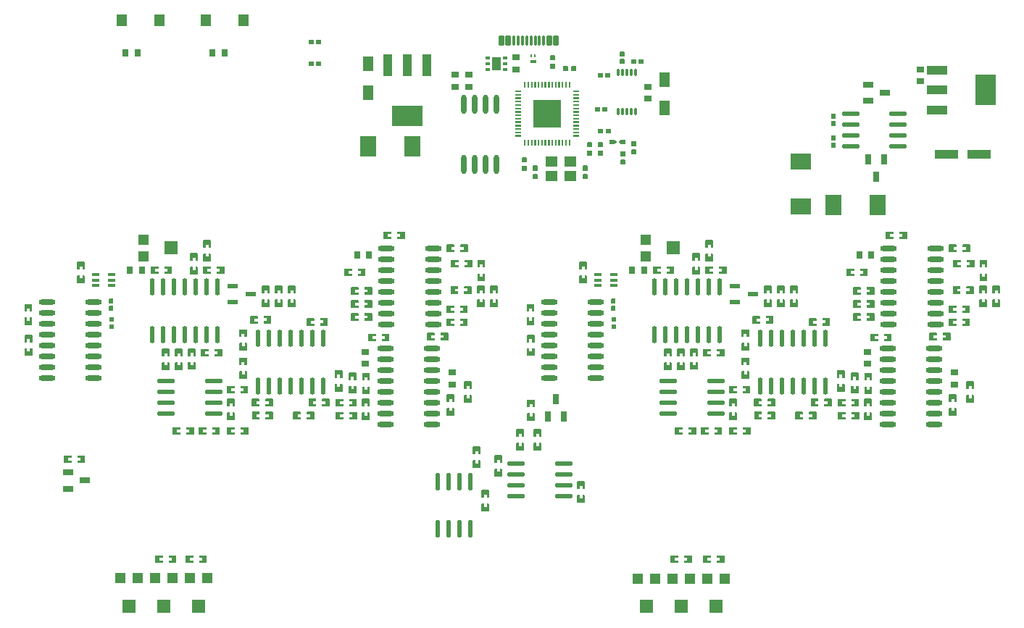
<source format=gbr>
%TF.GenerationSoftware,Altium Limited,Altium Designer,24.8.2 (39)*%
G04 Layer_Color=8421504*
%FSLAX45Y45*%
%MOMM*%
%TF.SameCoordinates,7B02E6E7-76C9-4046-B631-68F2DAB786CE*%
%TF.FilePolarity,Positive*%
%TF.FileFunction,Paste,Top*%
%TF.Part,Single*%
G01*
G75*
%TA.AperFunction,SMDPad,CuDef*%
%ADD19O,1.97099X0.60201*%
%ADD20R,1.25000X0.60000*%
%ADD21R,0.90000X0.40000*%
%ADD22R,1.50000X1.60000*%
%ADD23R,1.20000X1.20000*%
%ADD24O,2.04500X0.58801*%
%ADD25O,0.57399X2.03799*%
%ADD26R,0.80000X0.90000*%
%ADD27R,0.90000X0.80000*%
%ADD28R,1.25001X0.70000*%
%ADD29O,0.30000X1.00000*%
%ADD30R,1.20000X1.20000*%
%ADD31R,1.60000X1.50000*%
%ADD32R,0.70000X1.25001*%
%TA.AperFunction,TestPad*%
G04:AMPARAMS|DCode=33|XSize=0.3mm|YSize=1.15mm|CornerRadius=0.0375mm|HoleSize=0mm|Usage=FLASHONLY|Rotation=180.000|XOffset=0mm|YOffset=0mm|HoleType=Round|Shape=RoundedRectangle|*
%AMROUNDEDRECTD33*
21,1,0.30000,1.07500,0,0,180.0*
21,1,0.22500,1.15000,0,0,180.0*
1,1,0.07500,-0.11250,0.53750*
1,1,0.07500,0.11250,0.53750*
1,1,0.07500,0.11250,-0.53750*
1,1,0.07500,-0.11250,-0.53750*
%
%ADD33ROUNDEDRECTD33*%
G04:AMPARAMS|DCode=34|XSize=0.6mm|YSize=1.15mm|CornerRadius=0.075mm|HoleSize=0mm|Usage=FLASHONLY|Rotation=180.000|XOffset=0mm|YOffset=0mm|HoleType=Round|Shape=RoundedRectangle|*
%AMROUNDEDRECTD34*
21,1,0.60000,1.00000,0,0,180.0*
21,1,0.45000,1.15000,0,0,180.0*
1,1,0.15000,-0.22500,0.50000*
1,1,0.15000,0.22500,0.50000*
1,1,0.15000,0.22500,-0.50000*
1,1,0.15000,-0.22500,-0.50000*
%
%ADD34ROUNDEDRECTD34*%
%TA.AperFunction,SMDPad,CuDef*%
%ADD35R,0.25001X0.45001*%
%ADD36R,0.70000X0.45001*%
%ADD38R,0.50000X0.35001*%
%ADD39R,1.00000X1.60000*%
%ADD40R,1.10000X2.50000*%
%ADD41R,3.59999X2.34000*%
%ADD42R,1.90000X2.37599*%
%ADD43R,1.29601X1.75750*%
%ADD44R,2.47000X3.59999*%
%ADD45R,2.47000X0.98001*%
%ADD46R,2.79999X1.10000*%
%ADD47R,2.37599X1.90000*%
%ADD48O,0.58801X2.04500*%
%ADD49R,1.22999X1.35999*%
%ADD50O,0.63000X2.25001*%
%ADD51R,1.40000X1.20000*%
G36*
X3888846Y7707000D02*
Y7661000D01*
X3884846Y7657000D01*
X3834782D01*
X3830782Y7661000D01*
Y7707000D01*
X3834782Y7711000D01*
X3884846D01*
X3888846Y7707000D01*
D02*
G37*
G36*
X3803782D02*
Y7661000D01*
X3799781Y7657000D01*
X3749718D01*
X3745717Y7661000D01*
Y7707000D01*
X3749718Y7711000D01*
X3799781D01*
X3803782Y7707000D01*
D02*
G37*
G36*
X7431640Y7569289D02*
Y7519225D01*
X7427639Y7515225D01*
X7381640D01*
X7377640Y7519225D01*
Y7569289D01*
X7381640Y7573289D01*
X7427639D01*
X7431640Y7569289D01*
D02*
G37*
G36*
X6620901Y7524694D02*
Y7476693D01*
X6615902Y7469695D01*
X6570901D01*
X6565902Y7476693D01*
Y7524694D01*
X6570901Y7529695D01*
X6615902D01*
X6620901Y7524694D01*
D02*
G37*
G36*
X7431640Y7484224D02*
Y7434161D01*
X7427639Y7430160D01*
X7381640D01*
X7377640Y7434161D01*
Y7484224D01*
X7381640Y7488225D01*
X7427639D01*
X7431640Y7484224D01*
D02*
G37*
G36*
X7651089Y7479960D02*
Y7433961D01*
X7647089Y7429960D01*
X7597025D01*
X7593025Y7433961D01*
Y7479960D01*
X7597025Y7483961D01*
X7647089D01*
X7651089Y7479960D01*
D02*
G37*
G36*
X7566024D02*
Y7433961D01*
X7562024Y7429960D01*
X7511961D01*
X7507960Y7433961D01*
Y7479960D01*
X7511961Y7483961D01*
X7562024D01*
X7566024Y7479960D01*
D02*
G37*
G36*
X3888846Y7453000D02*
Y7407000D01*
X3884846Y7403000D01*
X3834782D01*
X3830782Y7407000D01*
Y7453000D01*
X3834782Y7457000D01*
X3884846D01*
X3888846Y7453000D01*
D02*
G37*
G36*
X3803782D02*
Y7407000D01*
X3799781Y7403000D01*
X3749718D01*
X3745717Y7407000D01*
Y7453000D01*
X3749718Y7457000D01*
X3799781D01*
X3803782Y7453000D01*
D02*
G37*
G36*
X6620901Y7426693D02*
Y7378695D01*
X6615902Y7373693D01*
X6570901D01*
X6565902Y7378695D01*
Y7426693D01*
X6570901Y7433693D01*
X6615902D01*
X6620901Y7426693D01*
D02*
G37*
G36*
X6868350Y7396622D02*
Y7351621D01*
X6863349Y7346622D01*
X6815350D01*
X6808350Y7351621D01*
Y7396622D01*
X6815350Y7401621D01*
X6863349D01*
X6868350Y7396622D01*
D02*
G37*
G36*
X6772348D02*
Y7351621D01*
X6765350Y7346622D01*
X6717350D01*
X6712348Y7351621D01*
Y7396622D01*
X6717350Y7401621D01*
X6765350D01*
X6772348Y7396622D01*
D02*
G37*
G36*
X7267486Y7320420D02*
Y7274420D01*
X7263486Y7270420D01*
X7213422D01*
X7209422Y7274420D01*
Y7320420D01*
X7213422Y7324420D01*
X7263486D01*
X7267486Y7320420D01*
D02*
G37*
G36*
X7182421D02*
Y7274420D01*
X7178421Y7270420D01*
X7128358D01*
X7124357Y7274420D01*
Y7320420D01*
X7128358Y7324420D01*
X7178421D01*
X7182421Y7320420D01*
D02*
G37*
G36*
X6798294Y7155452D02*
X6778294D01*
Y7221951D01*
X6798294D01*
Y7155452D01*
D02*
G37*
G36*
X6758315D02*
X6738315D01*
Y7221951D01*
X6758315D01*
Y7155452D01*
D02*
G37*
G36*
X6718310D02*
X6698310D01*
Y7221951D01*
X6718310D01*
Y7155452D01*
D02*
G37*
G36*
X6678305D02*
X6658305D01*
Y7221951D01*
X6678305D01*
Y7155452D01*
D02*
G37*
G36*
X6638300D02*
X6618300D01*
Y7221951D01*
X6638300D01*
Y7155452D01*
D02*
G37*
G36*
X6598295D02*
X6578295D01*
Y7221951D01*
X6598295D01*
Y7155452D01*
D02*
G37*
G36*
X6558315D02*
X6538315D01*
Y7221951D01*
X6558315D01*
Y7155452D01*
D02*
G37*
G36*
X6518310D02*
X6498310D01*
Y7221951D01*
X6518310D01*
Y7155452D01*
D02*
G37*
G36*
X6478305D02*
X6458305D01*
Y7221951D01*
X6478305D01*
Y7155452D01*
D02*
G37*
G36*
X6438300D02*
X6418300D01*
Y7221951D01*
X6438300D01*
Y7155452D01*
D02*
G37*
G36*
X6398295D02*
X6378295D01*
Y7221951D01*
X6398295D01*
Y7155452D01*
D02*
G37*
G36*
X6358315D02*
X6338315D01*
Y7221951D01*
X6358315D01*
Y7155452D01*
D02*
G37*
G36*
X6318310D02*
X6298310D01*
Y7221951D01*
X6318310D01*
Y7155452D01*
D02*
G37*
G36*
X6278305D02*
X6258305D01*
Y7221951D01*
X6278305D01*
Y7155452D01*
D02*
G37*
G36*
X6902315Y7097928D02*
X6835815D01*
Y7117928D01*
X6902315D01*
Y7097928D01*
D02*
G37*
G36*
X6220807D02*
X6154308D01*
Y7117928D01*
X6220807D01*
Y7097928D01*
D02*
G37*
G36*
X6902315Y7057949D02*
X6835815D01*
Y7077949D01*
X6902315D01*
Y7057949D01*
D02*
G37*
G36*
X6220807D02*
X6154308D01*
Y7077949D01*
X6220807D01*
Y7057949D01*
D02*
G37*
G36*
X6902315Y7017944D02*
X6835815D01*
Y7037944D01*
X6902315D01*
Y7017944D01*
D02*
G37*
G36*
X6220807D02*
X6154308D01*
Y7037944D01*
X6220807D01*
Y7017944D01*
D02*
G37*
G36*
X6902315Y6977939D02*
X6835815D01*
Y6997939D01*
X6902315D01*
Y6977939D01*
D02*
G37*
G36*
X6220807D02*
X6154308D01*
Y6997939D01*
X6220807D01*
Y6977939D01*
D02*
G37*
G36*
X6902315Y6937934D02*
X6835815D01*
Y6957934D01*
X6902315D01*
Y6937934D01*
D02*
G37*
G36*
X6220807D02*
X6154308D01*
Y6957934D01*
X6220807D01*
Y6937934D01*
D02*
G37*
G36*
X6902315Y6897929D02*
X6835815D01*
Y6917929D01*
X6902315D01*
Y6897929D01*
D02*
G37*
G36*
X6220807D02*
X6154308D01*
Y6917929D01*
X6220807D01*
Y6897929D01*
D02*
G37*
G36*
X7231283Y6919600D02*
Y6873600D01*
X7227282Y6869600D01*
X7177219D01*
X7173219Y6873600D01*
Y6919600D01*
X7177219Y6923600D01*
X7227282D01*
X7231283Y6919600D01*
D02*
G37*
G36*
X7146218D02*
Y6873600D01*
X7142218Y6869600D01*
X7092154D01*
X7088154Y6873600D01*
Y6919600D01*
X7092154Y6923600D01*
X7142218D01*
X7146218Y6919600D01*
D02*
G37*
G36*
X6902315Y6857949D02*
X6835815D01*
Y6877949D01*
X6902315D01*
Y6857949D01*
D02*
G37*
G36*
X6220807D02*
X6154308D01*
Y6877949D01*
X6220807D01*
Y6857949D01*
D02*
G37*
G36*
X6902315Y6817944D02*
X6835815D01*
Y6837944D01*
X6902315D01*
Y6817944D01*
D02*
G37*
G36*
X6220807D02*
X6154308D01*
Y6837944D01*
X6220807D01*
Y6817944D01*
D02*
G37*
G36*
X9897000Y6844683D02*
Y6794619D01*
X9893000Y6790619D01*
X9847000D01*
X9843000Y6794619D01*
Y6844683D01*
X9847000Y6848683D01*
X9893000D01*
X9897000Y6844683D01*
D02*
G37*
G36*
X6902315Y6777939D02*
X6835815D01*
Y6797939D01*
X6902315D01*
Y6777939D01*
D02*
G37*
G36*
X6220807D02*
X6154308D01*
Y6797939D01*
X6220807D01*
Y6777939D01*
D02*
G37*
G36*
X6902315Y6737934D02*
X6835815D01*
Y6757934D01*
X6902315D01*
Y6737934D01*
D02*
G37*
G36*
X6220807D02*
X6154308D01*
Y6757934D01*
X6220807D01*
Y6737934D01*
D02*
G37*
G36*
X9897000Y6759618D02*
Y6709555D01*
X9893000Y6705554D01*
X9847000D01*
X9843000Y6709555D01*
Y6759618D01*
X9847000Y6763618D01*
X9893000D01*
X9897000Y6759618D01*
D02*
G37*
G36*
X6902315Y6697929D02*
X6835815D01*
Y6717929D01*
X6902315D01*
Y6697929D01*
D02*
G37*
G36*
X6220807D02*
X6154308D01*
Y6717929D01*
X6220807D01*
Y6697929D01*
D02*
G37*
G36*
X6688300Y6687934D02*
X6368300D01*
Y7007933D01*
X6688300D01*
Y6687934D01*
D02*
G37*
G36*
X6902315Y6657949D02*
X6835815D01*
Y6677949D01*
X6902315D01*
Y6657949D01*
D02*
G37*
G36*
X6220807D02*
X6154308D01*
Y6677949D01*
X6220807D01*
Y6657949D01*
D02*
G37*
G36*
X6902315Y6617944D02*
X6835815D01*
Y6637944D01*
X6902315D01*
Y6617944D01*
D02*
G37*
G36*
X6220807D02*
X6154308D01*
Y6637944D01*
X6220807D01*
Y6617944D01*
D02*
G37*
G36*
X7277295Y6665099D02*
Y6620098D01*
X7272294Y6615100D01*
X7224293D01*
X7217295Y6620098D01*
Y6665099D01*
X7224293Y6670098D01*
X7272294D01*
X7277295Y6665099D01*
D02*
G37*
G36*
X7181293D02*
Y6620098D01*
X7174293Y6615100D01*
X7126295D01*
X7121293Y6620098D01*
Y6665099D01*
X7126295Y6670098D01*
X7174293D01*
X7181293Y6665099D01*
D02*
G37*
G36*
X6902315Y6577939D02*
X6835815D01*
Y6597939D01*
X6902315D01*
Y6577939D01*
D02*
G37*
G36*
X6220807D02*
X6154308D01*
Y6597939D01*
X6220807D01*
Y6577939D01*
D02*
G37*
G36*
X9897000Y6590683D02*
Y6540619D01*
X9893000Y6536619D01*
X9847000D01*
X9843000Y6540619D01*
Y6590683D01*
X9847000Y6594683D01*
X9893000D01*
X9897000Y6590683D01*
D02*
G37*
G36*
X7445702Y6538600D02*
Y6492600D01*
X7441702Y6488600D01*
X7392055D01*
X7365192Y6506959D01*
Y6524241D01*
X7392055Y6542600D01*
X7441702D01*
X7445702Y6538600D01*
D02*
G37*
G36*
X7338192Y6524241D02*
Y6506959D01*
X7311329Y6488600D01*
X7261682D01*
X7257681Y6492600D01*
Y6538600D01*
X7261682Y6542600D01*
X7311329D01*
X7338192Y6524241D01*
D02*
G37*
G36*
X6798294Y6473942D02*
X6778294D01*
Y6540444D01*
X6798294D01*
Y6473942D01*
D02*
G37*
G36*
X6758315D02*
X6738315D01*
Y6540444D01*
X6758315D01*
Y6473942D01*
D02*
G37*
G36*
X6718310D02*
X6698310D01*
Y6540444D01*
X6718310D01*
Y6473942D01*
D02*
G37*
G36*
X6678305D02*
X6658305D01*
Y6540444D01*
X6678305D01*
Y6473942D01*
D02*
G37*
G36*
X6638300D02*
X6618300D01*
Y6540444D01*
X6638300D01*
Y6473942D01*
D02*
G37*
G36*
X6598295D02*
X6578295D01*
Y6540444D01*
X6598295D01*
Y6473942D01*
D02*
G37*
G36*
X6558315D02*
X6538315D01*
Y6540444D01*
X6558315D01*
Y6473942D01*
D02*
G37*
G36*
X6518310D02*
X6498310D01*
Y6540444D01*
X6518310D01*
Y6473942D01*
D02*
G37*
G36*
X6478305D02*
X6458305D01*
Y6540444D01*
X6478305D01*
Y6473942D01*
D02*
G37*
G36*
X6438300D02*
X6418300D01*
Y6540444D01*
X6438300D01*
Y6473942D01*
D02*
G37*
G36*
X6398295D02*
X6378295D01*
Y6540444D01*
X6398295D01*
Y6473942D01*
D02*
G37*
G36*
X6358315D02*
X6338315D01*
Y6540444D01*
X6358315D01*
Y6473942D01*
D02*
G37*
G36*
X6318310D02*
X6298310D01*
Y6540444D01*
X6318310D01*
Y6473942D01*
D02*
G37*
G36*
X6278305D02*
X6258305D01*
Y6540444D01*
X6278305D01*
Y6473942D01*
D02*
G37*
G36*
X7566938Y6522908D02*
Y6474909D01*
X7561939Y6467909D01*
X7516938D01*
X7511939Y6474909D01*
Y6522908D01*
X7516938Y6527909D01*
X7561939D01*
X7566938Y6522908D01*
D02*
G37*
G36*
X7179698Y6508689D02*
Y6460690D01*
X7174699Y6453690D01*
X7129698D01*
X7124699Y6460690D01*
Y6508689D01*
X7129698Y6513690D01*
X7174699D01*
X7179698Y6508689D01*
D02*
G37*
G36*
X7052698D02*
Y6460690D01*
X7047699Y6453690D01*
X7002698D01*
X6997699Y6460690D01*
Y6508689D01*
X7002698Y6513690D01*
X7047699D01*
X7052698Y6508689D01*
D02*
G37*
G36*
X9897000Y6505618D02*
Y6455555D01*
X9893000Y6451554D01*
X9847000D01*
X9843000Y6455555D01*
Y6505618D01*
X9847000Y6509618D01*
X9893000D01*
X9897000Y6505618D01*
D02*
G37*
G36*
X7566938Y6424909D02*
Y6376909D01*
X7561939Y6371907D01*
X7516938D01*
X7511939Y6376909D01*
Y6424909D01*
X7516938Y6431907D01*
X7561939D01*
X7566938Y6424909D01*
D02*
G37*
G36*
X7179698Y6410691D02*
Y6362690D01*
X7174699Y6357688D01*
X7129698D01*
X7124699Y6362690D01*
Y6410691D01*
X7129698Y6417688D01*
X7174699D01*
X7179698Y6410691D01*
D02*
G37*
G36*
X7052698D02*
Y6362690D01*
X7047699Y6357688D01*
X7002698D01*
X6997699Y6362690D01*
Y6410691D01*
X7002698Y6417688D01*
X7047699D01*
X7052698Y6410691D01*
D02*
G37*
G36*
X7442478Y6403528D02*
Y6355529D01*
X7437479Y6348529D01*
X7392478D01*
X7387479Y6355529D01*
Y6403528D01*
X7392478Y6408529D01*
X7437479D01*
X7442478Y6403528D01*
D02*
G37*
G36*
X6290698Y6330889D02*
Y6282890D01*
X6285699Y6275890D01*
X6240698D01*
X6235699Y6282890D01*
Y6330889D01*
X6240698Y6335890D01*
X6285699D01*
X6290698Y6330889D01*
D02*
G37*
G36*
X7442478Y6305529D02*
Y6257529D01*
X7437479Y6252527D01*
X7392478D01*
X7387479Y6257529D01*
Y6305529D01*
X7392478Y6312527D01*
X7437479D01*
X7442478Y6305529D01*
D02*
G37*
G36*
X7001901Y6236711D02*
Y6188710D01*
X6996902Y6181712D01*
X6951901D01*
X6946902Y6188710D01*
Y6236711D01*
X6951901Y6241712D01*
X6996902D01*
X7001901Y6236711D01*
D02*
G37*
G36*
X6417698Y6236706D02*
Y6188707D01*
X6412699Y6181707D01*
X6367698D01*
X6362699Y6188707D01*
Y6236706D01*
X6367698Y6241707D01*
X6412699D01*
X6417698Y6236706D01*
D02*
G37*
G36*
X6290698Y6232891D02*
Y6184890D01*
X6285699Y6179888D01*
X6240698D01*
X6235699Y6184890D01*
Y6232891D01*
X6240698Y6239888D01*
X6285699D01*
X6290698Y6232891D01*
D02*
G37*
G36*
X7001901Y6138710D02*
Y6090711D01*
X6996902Y6085710D01*
X6951901D01*
X6946902Y6090711D01*
Y6138710D01*
X6951901Y6145710D01*
X6996902D01*
X7001901Y6138710D01*
D02*
G37*
G36*
X6417698Y6138707D02*
Y6090706D01*
X6412699Y6085705D01*
X6367698D01*
X6362699Y6090706D01*
Y6138707D01*
X6367698Y6145705D01*
X6412699D01*
X6417698Y6138707D01*
D02*
G37*
G36*
X10572963Y5463403D02*
Y5439199D01*
X10535963D01*
Y5406199D01*
X10572963D01*
Y5383403D01*
X10567962Y5378401D01*
X10487962D01*
X10482963Y5383403D01*
Y5463403D01*
X10487962Y5468401D01*
X10567962D01*
X10572963Y5463403D01*
D02*
G37*
G36*
X4705563D02*
Y5439199D01*
X4668563D01*
Y5406199D01*
X4705563D01*
Y5383403D01*
X4700562Y5378401D01*
X4620562D01*
X4615563Y5383403D01*
Y5463403D01*
X4620562Y5468401D01*
X4700562D01*
X4705563Y5463403D01*
D02*
G37*
G36*
X10731964Y5463398D02*
Y5383398D01*
X10726966Y5378399D01*
X10646966D01*
X10641964Y5383398D01*
Y5407601D01*
X10678965D01*
Y5440601D01*
X10641964D01*
Y5463398D01*
X10646966Y5468399D01*
X10726966D01*
X10731964Y5463398D01*
D02*
G37*
G36*
X4864564D02*
Y5383398D01*
X4859566Y5378399D01*
X4779566D01*
X4774564Y5383398D01*
Y5407601D01*
X4811565D01*
Y5440601D01*
X4774564D01*
Y5463398D01*
X4779566Y5468399D01*
X4859566D01*
X4864564Y5463398D01*
D02*
G37*
G36*
X8467201Y5365966D02*
Y5285966D01*
X8462203Y5280965D01*
X8437999D01*
Y5317965D01*
X8404999D01*
Y5280965D01*
X8382203D01*
X8377201Y5285966D01*
Y5365966D01*
X8382203Y5370964D01*
X8462203D01*
X8467201Y5365966D01*
D02*
G37*
G36*
X2599801D02*
Y5285966D01*
X2594803Y5280965D01*
X2570599D01*
Y5317965D01*
X2537599D01*
Y5280965D01*
X2514803D01*
X2509801Y5285966D01*
Y5365966D01*
X2514803Y5370964D01*
X2594803D01*
X2599801Y5365966D01*
D02*
G37*
G36*
X11312591Y5313742D02*
Y5289539D01*
X11275590D01*
Y5256539D01*
X11312591D01*
Y5233742D01*
X11307589Y5228741D01*
X11227589D01*
X11222591Y5233742D01*
Y5313742D01*
X11227589Y5318741D01*
X11307589D01*
X11312591Y5313742D01*
D02*
G37*
G36*
X5445191D02*
Y5289539D01*
X5408190D01*
Y5256539D01*
X5445191D01*
Y5233742D01*
X5440189Y5228741D01*
X5360189D01*
X5355191Y5233742D01*
Y5313742D01*
X5360189Y5318741D01*
X5440189D01*
X5445191Y5313742D01*
D02*
G37*
G36*
X11471592Y5313737D02*
Y5233737D01*
X11466593Y5228739D01*
X11386593D01*
X11381592Y5233737D01*
Y5257941D01*
X11418592D01*
Y5290941D01*
X11381592D01*
Y5313737D01*
X11386593Y5318738D01*
X11466593D01*
X11471592Y5313737D01*
D02*
G37*
G36*
X5604192D02*
Y5233737D01*
X5599193Y5228739D01*
X5519193D01*
X5514192Y5233737D01*
Y5257941D01*
X5551192D01*
Y5290941D01*
X5514192D01*
Y5313737D01*
X5519193Y5318738D01*
X5599193D01*
X5604192Y5313737D01*
D02*
G37*
G36*
X8467199Y5206962D02*
Y5126962D01*
X8462197Y5121963D01*
X8382198D01*
X8377199Y5126962D01*
Y5206962D01*
X8382198Y5211963D01*
X8406401D01*
Y5174963D01*
X8439401D01*
Y5211963D01*
X8462197D01*
X8467199Y5206962D01*
D02*
G37*
G36*
X2599799D02*
Y5126962D01*
X2594797Y5121963D01*
X2514798D01*
X2509799Y5126962D01*
Y5206962D01*
X2514798Y5211963D01*
X2539001D01*
Y5174963D01*
X2572001D01*
Y5211963D01*
X2594797D01*
X2599799Y5206962D01*
D02*
G37*
G36*
X8314801Y5211838D02*
Y5131839D01*
X8309803Y5126837D01*
X8285599D01*
Y5163838D01*
X8252599D01*
Y5126837D01*
X8229803D01*
X8224801Y5131839D01*
Y5211838D01*
X8229803Y5216837D01*
X8309803D01*
X8314801Y5211838D01*
D02*
G37*
G36*
X2447401D02*
Y5131839D01*
X2442403Y5126837D01*
X2418199D01*
Y5163838D01*
X2385199D01*
Y5126837D01*
X2362403D01*
X2357401Y5131839D01*
Y5211838D01*
X2362403Y5216837D01*
X2442403D01*
X2447401Y5211838D01*
D02*
G37*
G36*
X11360363Y5133203D02*
Y5108999D01*
X11323363D01*
Y5075999D01*
X11360363D01*
Y5053203D01*
X11355362Y5048201D01*
X11275362D01*
X11270363Y5053203D01*
Y5133203D01*
X11275362Y5138201D01*
X11355362D01*
X11360363Y5133203D01*
D02*
G37*
G36*
X5492963D02*
Y5108999D01*
X5455963D01*
Y5075999D01*
X5492963D01*
Y5053203D01*
X5487962Y5048201D01*
X5407962D01*
X5402963Y5053203D01*
Y5133203D01*
X5407962Y5138201D01*
X5487962D01*
X5492963Y5133203D01*
D02*
G37*
G36*
X11519364Y5133198D02*
Y5053198D01*
X11514366Y5048199D01*
X11434366D01*
X11429364Y5053198D01*
Y5077401D01*
X11466365D01*
Y5110401D01*
X11429364D01*
Y5133198D01*
X11434366Y5138199D01*
X11514366D01*
X11519364Y5133198D01*
D02*
G37*
G36*
X5651964D02*
Y5053198D01*
X5646966Y5048199D01*
X5566966D01*
X5561964Y5053198D01*
Y5077401D01*
X5598965D01*
Y5110401D01*
X5561964D01*
Y5133198D01*
X5566966Y5138199D01*
X5646966D01*
X5651964Y5133198D01*
D02*
G37*
G36*
X11670341Y5132611D02*
Y5052611D01*
X11665342Y5047610D01*
X11641139D01*
Y5084610D01*
X11608139D01*
Y5047610D01*
X11585342D01*
X11580341Y5052611D01*
Y5132611D01*
X11585342Y5137609D01*
X11665342D01*
X11670341Y5132611D01*
D02*
G37*
G36*
X5802941D02*
Y5052611D01*
X5797942Y5047610D01*
X5773739D01*
Y5084610D01*
X5740739D01*
Y5047610D01*
X5717942D01*
X5712941Y5052611D01*
Y5132611D01*
X5717942Y5137609D01*
X5797942D01*
X5802941Y5132611D01*
D02*
G37*
G36*
X6994001Y5111966D02*
Y5031966D01*
X6989003Y5026965D01*
X6964799D01*
Y5063965D01*
X6931799D01*
Y5026965D01*
X6909003D01*
X6904001Y5031966D01*
Y5111966D01*
X6909003Y5116964D01*
X6989003D01*
X6994001Y5111966D01*
D02*
G37*
G36*
X1126601D02*
Y5031966D01*
X1121603Y5026965D01*
X1097399D01*
Y5063965D01*
X1064399D01*
Y5026965D01*
X1041603D01*
X1036601Y5031966D01*
Y5111966D01*
X1041603Y5116964D01*
X1121603D01*
X1126601Y5111966D01*
D02*
G37*
G36*
X8314799Y5052834D02*
Y4972835D01*
X8309797Y4967836D01*
X8229798D01*
X8224799Y4972835D01*
Y5052834D01*
X8229798Y5057836D01*
X8254001D01*
Y5020836D01*
X8287001D01*
Y5057836D01*
X8309797D01*
X8314799Y5052834D01*
D02*
G37*
G36*
X2447399D02*
Y4972835D01*
X2442397Y4967836D01*
X2362398D01*
X2357399Y4972835D01*
Y5052834D01*
X2362398Y5057836D01*
X2386601D01*
Y5020836D01*
X2419601D01*
Y5057836D01*
X2442397D01*
X2447399Y5052834D01*
D02*
G37*
G36*
X8464763Y5057003D02*
Y5032799D01*
X8427763D01*
Y4999799D01*
X8464763D01*
Y4977003D01*
X8459762Y4972001D01*
X8379762D01*
X8374763Y4977003D01*
Y5057003D01*
X8379762Y5062001D01*
X8459762D01*
X8464763Y5057003D01*
D02*
G37*
G36*
X7853436D02*
Y5032799D01*
X7816435D01*
Y4999799D01*
X7853436D01*
Y4977003D01*
X7848434Y4972001D01*
X7768435D01*
X7763436Y4977003D01*
Y5057003D01*
X7768435Y5062001D01*
X7848434D01*
X7853436Y5057003D01*
D02*
G37*
G36*
X2597363D02*
Y5032799D01*
X2560363D01*
Y4999799D01*
X2597363D01*
Y4977003D01*
X2592362Y4972001D01*
X2512362D01*
X2507363Y4977003D01*
Y5057003D01*
X2512362Y5062001D01*
X2592362D01*
X2597363Y5057003D01*
D02*
G37*
G36*
X1986036D02*
Y5032799D01*
X1949035D01*
Y4999799D01*
X1986036D01*
Y4977003D01*
X1981034Y4972001D01*
X1901035D01*
X1896036Y4977003D01*
Y5057003D01*
X1901035Y5062001D01*
X1981034D01*
X1986036Y5057003D01*
D02*
G37*
G36*
X8623764Y5056998D02*
Y4976998D01*
X8618766Y4971999D01*
X8538766D01*
X8533764Y4976998D01*
Y5001201D01*
X8570765D01*
Y5034201D01*
X8533764D01*
Y5056998D01*
X8538766Y5061999D01*
X8618766D01*
X8623764Y5056998D01*
D02*
G37*
G36*
X8012437D02*
Y4976998D01*
X8007438Y4971999D01*
X7927439D01*
X7922437Y4976998D01*
Y5001201D01*
X7959437D01*
Y5034201D01*
X7922437D01*
Y5056998D01*
X7927439Y5061999D01*
X8007438D01*
X8012437Y5056998D01*
D02*
G37*
G36*
X2756364D02*
Y4976998D01*
X2751366Y4971999D01*
X2671366D01*
X2666364Y4976998D01*
Y5001201D01*
X2703365D01*
Y5034201D01*
X2666364D01*
Y5056998D01*
X2671366Y5061999D01*
X2751366D01*
X2756364Y5056998D01*
D02*
G37*
G36*
X2145037D02*
Y4976998D01*
X2140038Y4971999D01*
X2060039D01*
X2055037Y4976998D01*
Y5001201D01*
X2092037D01*
Y5034201D01*
X2055037D01*
Y5056998D01*
X2060039Y5061999D01*
X2140038D01*
X2145037Y5056998D01*
D02*
G37*
G36*
X10114036Y5031603D02*
Y5007399D01*
X10077035D01*
Y4974399D01*
X10114036D01*
Y4951603D01*
X10109034Y4946601D01*
X10029035D01*
X10024036Y4951603D01*
Y5031603D01*
X10029035Y5036601D01*
X10109034D01*
X10114036Y5031603D01*
D02*
G37*
G36*
X4246636D02*
Y5007399D01*
X4209635D01*
Y4974399D01*
X4246636D01*
Y4951603D01*
X4241634Y4946601D01*
X4161635D01*
X4156636Y4951603D01*
Y5031603D01*
X4161635Y5036601D01*
X4241634D01*
X4246636Y5031603D01*
D02*
G37*
G36*
X10273037Y5031598D02*
Y4951598D01*
X10268038Y4946599D01*
X10188039D01*
X10183037Y4951598D01*
Y4975801D01*
X10220037D01*
Y5008801D01*
X10183037D01*
Y5031598D01*
X10188039Y5036599D01*
X10268038D01*
X10273037Y5031598D01*
D02*
G37*
G36*
X4405637D02*
Y4951598D01*
X4400638Y4946599D01*
X4320639D01*
X4315637Y4951598D01*
Y4975801D01*
X4352637D01*
Y5008801D01*
X4315637D01*
Y5031598D01*
X4320639Y5036599D01*
X4400638D01*
X4405637Y5031598D01*
D02*
G37*
G36*
X11670338Y4973607D02*
Y4893607D01*
X11665337Y4888608D01*
X11585337D01*
X11580339Y4893607D01*
Y4973607D01*
X11585337Y4978608D01*
X11609541D01*
Y4941608D01*
X11642541D01*
Y4978608D01*
X11665337D01*
X11670338Y4973607D01*
D02*
G37*
G36*
X5802938D02*
Y4893607D01*
X5797937Y4888608D01*
X5717937D01*
X5712939Y4893607D01*
Y4973607D01*
X5717937Y4978608D01*
X5742141D01*
Y4941608D01*
X5775141D01*
Y4978608D01*
X5797937D01*
X5802938Y4973607D01*
D02*
G37*
G36*
X6993999Y4952962D02*
Y4872962D01*
X6988997Y4867963D01*
X6908998D01*
X6903999Y4872962D01*
Y4952962D01*
X6908998Y4957963D01*
X6933201D01*
Y4920963D01*
X6966201D01*
Y4957963D01*
X6988997D01*
X6993999Y4952962D01*
D02*
G37*
G36*
X1126599D02*
Y4872962D01*
X1121597Y4867963D01*
X1041598D01*
X1036599Y4872962D01*
Y4952962D01*
X1041598Y4957963D01*
X1065801D01*
Y4920963D01*
X1098801D01*
Y4957963D01*
X1121597D01*
X1126599Y4952962D01*
D02*
G37*
G36*
X11667601Y4832566D02*
Y4752566D01*
X11662603Y4747565D01*
X11638399D01*
Y4784565D01*
X11605399D01*
Y4747565D01*
X11582603D01*
X11577601Y4752566D01*
Y4832566D01*
X11582603Y4837564D01*
X11662603D01*
X11667601Y4832566D01*
D02*
G37*
G36*
X5800201D02*
Y4752566D01*
X5795203Y4747565D01*
X5770999D01*
Y4784565D01*
X5737999D01*
Y4747565D01*
X5715203D01*
X5710201Y4752566D01*
Y4832566D01*
X5715203Y4837564D01*
X5795203D01*
X5800201Y4832566D01*
D02*
G37*
G36*
X11820001Y4830838D02*
Y4750839D01*
X11815003Y4745837D01*
X11790799D01*
Y4782838D01*
X11757799D01*
Y4745837D01*
X11735003D01*
X11730001Y4750839D01*
Y4830838D01*
X11735003Y4835837D01*
X11815003D01*
X11820001Y4830838D01*
D02*
G37*
G36*
X9457801D02*
Y4750839D01*
X9452803Y4745837D01*
X9428599D01*
Y4782838D01*
X9395599D01*
Y4745837D01*
X9372803D01*
X9367801Y4750839D01*
Y4830838D01*
X9372803Y4835837D01*
X9452803D01*
X9457801Y4830838D01*
D02*
G37*
G36*
X9305401D02*
Y4750839D01*
X9300403Y4745837D01*
X9276199D01*
Y4782838D01*
X9243199D01*
Y4745837D01*
X9220403D01*
X9215401Y4750839D01*
Y4830838D01*
X9220403Y4835837D01*
X9300403D01*
X9305401Y4830838D01*
D02*
G37*
G36*
X9153001D02*
Y4750839D01*
X9148003Y4745837D01*
X9123799D01*
Y4782838D01*
X9090799D01*
Y4745837D01*
X9068003D01*
X9063001Y4750839D01*
Y4830838D01*
X9068003Y4835837D01*
X9148003D01*
X9153001Y4830838D01*
D02*
G37*
G36*
X5952601D02*
Y4750839D01*
X5947603Y4745837D01*
X5923399D01*
Y4782838D01*
X5890399D01*
Y4745837D01*
X5867603D01*
X5862601Y4750839D01*
Y4830838D01*
X5867603Y4835837D01*
X5947603D01*
X5952601Y4830838D01*
D02*
G37*
G36*
X3590401D02*
Y4750839D01*
X3585403Y4745837D01*
X3561199D01*
Y4782838D01*
X3528199D01*
Y4745837D01*
X3505403D01*
X3500401Y4750839D01*
Y4830838D01*
X3505403Y4835837D01*
X3585403D01*
X3590401Y4830838D01*
D02*
G37*
G36*
X3438001D02*
Y4750839D01*
X3433003Y4745837D01*
X3408799D01*
Y4782838D01*
X3375799D01*
Y4745837D01*
X3353003D01*
X3348001Y4750839D01*
Y4830838D01*
X3353003Y4835837D01*
X3433003D01*
X3438001Y4830838D01*
D02*
G37*
G36*
X3285601D02*
Y4750839D01*
X3280603Y4745837D01*
X3256399D01*
Y4782838D01*
X3223399D01*
Y4745837D01*
X3200603D01*
X3195601Y4750839D01*
Y4830838D01*
X3200603Y4835837D01*
X3280603D01*
X3285601Y4830838D01*
D02*
G37*
G36*
X11355608Y4825663D02*
Y4801459D01*
X11318608D01*
Y4768460D01*
X11355608D01*
Y4745663D01*
X11350607Y4740662D01*
X11270607D01*
X11265608Y4745663D01*
Y4825663D01*
X11270607Y4830662D01*
X11350607D01*
X11355608Y4825663D01*
D02*
G37*
G36*
X5488208D02*
Y4801459D01*
X5451208D01*
Y4768460D01*
X5488208D01*
Y4745663D01*
X5483207Y4740662D01*
X5403207D01*
X5398208Y4745663D01*
Y4825663D01*
X5403207Y4830662D01*
X5483207D01*
X5488208Y4825663D01*
D02*
G37*
G36*
X11514609Y4825658D02*
Y4745658D01*
X11509611Y4740659D01*
X11429611D01*
X11424610Y4745658D01*
Y4769862D01*
X11461610D01*
Y4802861D01*
X11424610D01*
Y4825658D01*
X11429611Y4830659D01*
X11509611D01*
X11514609Y4825658D01*
D02*
G37*
G36*
X5647209D02*
Y4745658D01*
X5642211Y4740659D01*
X5562211D01*
X5557210Y4745658D01*
Y4769862D01*
X5594210D01*
Y4802861D01*
X5557210D01*
Y4825658D01*
X5562211Y4830659D01*
X5642211D01*
X5647209Y4825658D01*
D02*
G37*
G36*
X10191963Y4815703D02*
Y4791499D01*
X10154963D01*
Y4758499D01*
X10191963D01*
Y4735703D01*
X10186962Y4730701D01*
X10106962D01*
X10101963Y4735703D01*
Y4815703D01*
X10106962Y4820701D01*
X10186962D01*
X10191963Y4815703D01*
D02*
G37*
G36*
X4324563D02*
Y4791499D01*
X4287563D01*
Y4758499D01*
X4324563D01*
Y4735703D01*
X4319562Y4730701D01*
X4239562D01*
X4234563Y4735703D01*
Y4815703D01*
X4239562Y4820701D01*
X4319562D01*
X4324563Y4815703D01*
D02*
G37*
G36*
X10350964Y4815698D02*
Y4735698D01*
X10345966Y4730699D01*
X10265966D01*
X10260964Y4735698D01*
Y4759901D01*
X10297965D01*
Y4792901D01*
X10260964D01*
Y4815698D01*
X10265966Y4820699D01*
X10345966D01*
X10350964Y4815698D01*
D02*
G37*
G36*
X4483564D02*
Y4735698D01*
X4478566Y4730699D01*
X4398566D01*
X4393564Y4735698D01*
Y4759901D01*
X4430565D01*
Y4792901D01*
X4393564D01*
Y4815698D01*
X4398566Y4820699D01*
X4478566D01*
X4483564Y4815698D01*
D02*
G37*
G36*
X11667599Y4673562D02*
Y4593562D01*
X11662597Y4588563D01*
X11582598D01*
X11577599Y4593562D01*
Y4673562D01*
X11582598Y4678563D01*
X11606801D01*
Y4641563D01*
X11639801D01*
Y4678563D01*
X11662597D01*
X11667599Y4673562D01*
D02*
G37*
G36*
X5800199D02*
Y4593562D01*
X5795197Y4588563D01*
X5715198D01*
X5710199Y4593562D01*
Y4673562D01*
X5715198Y4678563D01*
X5739401D01*
Y4641563D01*
X5772401D01*
Y4678563D01*
X5795197D01*
X5800199Y4673562D01*
D02*
G37*
G36*
X11819999Y4671834D02*
Y4591835D01*
X11814997Y4586836D01*
X11734998D01*
X11729999Y4591835D01*
Y4671834D01*
X11734998Y4676836D01*
X11759201D01*
Y4639836D01*
X11792201D01*
Y4676836D01*
X11814997D01*
X11819999Y4671834D01*
D02*
G37*
G36*
X9457799D02*
Y4591835D01*
X9452797Y4586836D01*
X9372798D01*
X9367799Y4591835D01*
Y4671834D01*
X9372798Y4676836D01*
X9397001D01*
Y4639836D01*
X9430001D01*
Y4676836D01*
X9452797D01*
X9457799Y4671834D01*
D02*
G37*
G36*
X9305399D02*
Y4591835D01*
X9300397Y4586836D01*
X9220398D01*
X9215399Y4591835D01*
Y4671834D01*
X9220398Y4676836D01*
X9244601D01*
Y4639836D01*
X9277601D01*
Y4676836D01*
X9300397D01*
X9305399Y4671834D01*
D02*
G37*
G36*
X9152999D02*
Y4591835D01*
X9147997Y4586836D01*
X9067998D01*
X9062999Y4591835D01*
Y4671834D01*
X9067998Y4676836D01*
X9092201D01*
Y4639836D01*
X9125201D01*
Y4676836D01*
X9147997D01*
X9152999Y4671834D01*
D02*
G37*
G36*
X5952599D02*
Y4591835D01*
X5947597Y4586836D01*
X5867598D01*
X5862599Y4591835D01*
Y4671834D01*
X5867598Y4676836D01*
X5891801D01*
Y4639836D01*
X5924801D01*
Y4676836D01*
X5947597D01*
X5952599Y4671834D01*
D02*
G37*
G36*
X3590399D02*
Y4591835D01*
X3585397Y4586836D01*
X3505398D01*
X3500399Y4591835D01*
Y4671834D01*
X3505398Y4676836D01*
X3529601D01*
Y4639836D01*
X3562601D01*
Y4676836D01*
X3585397D01*
X3590399Y4671834D01*
D02*
G37*
G36*
X3437999D02*
Y4591835D01*
X3432997Y4586836D01*
X3352998D01*
X3347999Y4591835D01*
Y4671834D01*
X3352998Y4676836D01*
X3377201D01*
Y4639836D01*
X3410201D01*
Y4676836D01*
X3432997D01*
X3437999Y4671834D01*
D02*
G37*
G36*
X3285599D02*
Y4591835D01*
X3280597Y4586836D01*
X3200598D01*
X3195599Y4591835D01*
Y4671834D01*
X3200598Y4676836D01*
X3224801D01*
Y4639836D01*
X3257801D01*
Y4676836D01*
X3280597D01*
X3285599Y4671834D01*
D02*
G37*
G36*
X7328297Y4681840D02*
Y4631776D01*
X7324297Y4627776D01*
X7278297D01*
X7274297Y4631776D01*
Y4681840D01*
X7278297Y4685840D01*
X7324297D01*
X7328297Y4681840D01*
D02*
G37*
G36*
X1460897D02*
Y4631776D01*
X1456897Y4627776D01*
X1410897D01*
X1406897Y4631776D01*
Y4681840D01*
X1410897Y4685840D01*
X1456897D01*
X1460897Y4681840D01*
D02*
G37*
G36*
X10191963Y4663303D02*
Y4639099D01*
X10154963D01*
Y4606099D01*
X10191963D01*
Y4583303D01*
X10186962Y4578301D01*
X10106962D01*
X10101963Y4583303D01*
Y4663303D01*
X10106962Y4668301D01*
X10186962D01*
X10191963Y4663303D01*
D02*
G37*
G36*
X4324563D02*
Y4639099D01*
X4287563D01*
Y4606099D01*
X4324563D01*
Y4583303D01*
X4319562Y4578301D01*
X4239562D01*
X4234563Y4583303D01*
Y4663303D01*
X4239562Y4668301D01*
X4319562D01*
X4324563Y4663303D01*
D02*
G37*
G36*
X10350964Y4663298D02*
Y4583298D01*
X10345966Y4578299D01*
X10265966D01*
X10260964Y4583298D01*
Y4607501D01*
X10297965D01*
Y4640501D01*
X10260964D01*
Y4663298D01*
X10265966Y4668299D01*
X10345966D01*
X10350964Y4663298D01*
D02*
G37*
G36*
X4483564D02*
Y4583298D01*
X4478566Y4578299D01*
X4398566D01*
X4393564Y4583298D01*
Y4607501D01*
X4430565D01*
Y4640501D01*
X4393564D01*
Y4663298D01*
X4398566Y4668299D01*
X4478566D01*
X4483564Y4663298D01*
D02*
G37*
G36*
X7328297Y4596775D02*
Y4546712D01*
X7324297Y4542711D01*
X7278297D01*
X7274297Y4546712D01*
Y4596775D01*
X7278297Y4600775D01*
X7324297D01*
X7328297Y4596775D01*
D02*
G37*
G36*
X1460897D02*
Y4546712D01*
X1456897Y4542711D01*
X1410897D01*
X1406897Y4546712D01*
Y4596775D01*
X1410897Y4600775D01*
X1456897D01*
X1460897Y4596775D01*
D02*
G37*
G36*
X6378358Y4618187D02*
Y4538187D01*
X6373360Y4533186D01*
X6349156D01*
Y4570186D01*
X6316156D01*
Y4533186D01*
X6293360D01*
X6288359Y4538187D01*
Y4618187D01*
X6293360Y4623186D01*
X6373360D01*
X6378358Y4618187D01*
D02*
G37*
G36*
X510958D02*
Y4538187D01*
X505960Y4533186D01*
X481756D01*
Y4570186D01*
X448756D01*
Y4533186D01*
X425960D01*
X420959Y4538187D01*
Y4618187D01*
X425960Y4623186D01*
X505960D01*
X510958Y4618187D01*
D02*
G37*
G36*
X11307836Y4599803D02*
Y4575599D01*
X11270835D01*
Y4542599D01*
X11307836D01*
Y4519803D01*
X11302834Y4514801D01*
X11222835D01*
X11217836Y4519803D01*
Y4599803D01*
X11222835Y4604801D01*
X11302834D01*
X11307836Y4599803D01*
D02*
G37*
G36*
X5440436D02*
Y4575599D01*
X5403435D01*
Y4542599D01*
X5440436D01*
Y4519803D01*
X5435434Y4514801D01*
X5355435D01*
X5350436Y4519803D01*
Y4599803D01*
X5355435Y4604801D01*
X5435434D01*
X5440436Y4599803D01*
D02*
G37*
G36*
X11466837Y4599798D02*
Y4519798D01*
X11461838Y4514799D01*
X11381839D01*
X11376837Y4519798D01*
Y4544001D01*
X11413837D01*
Y4577001D01*
X11376837D01*
Y4599798D01*
X11381839Y4604799D01*
X11461838D01*
X11466837Y4599798D01*
D02*
G37*
G36*
X5599437D02*
Y4519798D01*
X5594438Y4514799D01*
X5514439D01*
X5509437Y4519798D01*
Y4544001D01*
X5546437D01*
Y4577001D01*
X5509437D01*
Y4599798D01*
X5514439Y4604799D01*
X5594438D01*
X5599437Y4599798D01*
D02*
G37*
G36*
X6378356Y4459183D02*
Y4379183D01*
X6373355Y4374185D01*
X6293355D01*
X6288356Y4379183D01*
Y4459183D01*
X6293355Y4464184D01*
X6317558D01*
Y4427184D01*
X6350558D01*
Y4464184D01*
X6373355D01*
X6378356Y4459183D01*
D02*
G37*
G36*
X510956D02*
Y4379183D01*
X505955Y4374185D01*
X425955D01*
X420956Y4379183D01*
Y4459183D01*
X425955Y4464184D01*
X450158D01*
Y4427184D01*
X483158D01*
Y4464184D01*
X505955D01*
X510956Y4459183D01*
D02*
G37*
G36*
X10191963Y4510903D02*
Y4486699D01*
X10154963D01*
Y4453699D01*
X10191963D01*
Y4430903D01*
X10186962Y4425901D01*
X10106962D01*
X10101963Y4430903D01*
Y4510903D01*
X10106962Y4515901D01*
X10186962D01*
X10191963Y4510903D01*
D02*
G37*
G36*
X4324563D02*
Y4486699D01*
X4287563D01*
Y4453699D01*
X4324563D01*
Y4430903D01*
X4319562Y4425901D01*
X4239562D01*
X4234563Y4430903D01*
Y4510903D01*
X4239562Y4515901D01*
X4319562D01*
X4324563Y4510903D01*
D02*
G37*
G36*
X10350964Y4510898D02*
Y4430898D01*
X10345966Y4425899D01*
X10265966D01*
X10260964Y4430898D01*
Y4455101D01*
X10297965D01*
Y4488101D01*
X10260964D01*
Y4510898D01*
X10265966Y4515899D01*
X10345966D01*
X10350964Y4510898D01*
D02*
G37*
G36*
X4483564D02*
Y4430898D01*
X4478566Y4425899D01*
X4398566D01*
X4393564Y4430898D01*
Y4455101D01*
X4430565D01*
Y4488101D01*
X4393564D01*
Y4510898D01*
X4398566Y4515899D01*
X4478566D01*
X4483564Y4510898D01*
D02*
G37*
G36*
X7331600Y4467446D02*
Y4417382D01*
X7327600Y4413382D01*
X7281600D01*
X7277600Y4417382D01*
Y4467446D01*
X7281600Y4471446D01*
X7327600D01*
X7331600Y4467446D01*
D02*
G37*
G36*
X1464200D02*
Y4417382D01*
X1460200Y4413382D01*
X1414200D01*
X1410200Y4417382D01*
Y4467446D01*
X1414200Y4471446D01*
X1460200D01*
X1464200Y4467446D01*
D02*
G37*
G36*
X9013891Y4478082D02*
Y4453879D01*
X8976890D01*
Y4420879D01*
X9013891D01*
Y4398082D01*
X9008889Y4393081D01*
X8928889D01*
X8923891Y4398082D01*
Y4478082D01*
X8928889Y4483081D01*
X9008889D01*
X9013891Y4478082D01*
D02*
G37*
G36*
X3146491D02*
Y4453879D01*
X3109490D01*
Y4420879D01*
X3146491D01*
Y4398082D01*
X3141489Y4393081D01*
X3061489D01*
X3056491Y4398082D01*
Y4478082D01*
X3061489Y4483081D01*
X3141489D01*
X3146491Y4478082D01*
D02*
G37*
G36*
X9172892Y4478077D02*
Y4398077D01*
X9167893Y4393079D01*
X9087893D01*
X9082892Y4398077D01*
Y4422281D01*
X9119892D01*
Y4455281D01*
X9082892D01*
Y4478077D01*
X9087893Y4483078D01*
X9167893D01*
X9172892Y4478077D01*
D02*
G37*
G36*
X3305492D02*
Y4398077D01*
X3300493Y4393079D01*
X3220493D01*
X3215492Y4398077D01*
Y4422281D01*
X3252492D01*
Y4455281D01*
X3215492D01*
Y4478077D01*
X3220493Y4483078D01*
X3300493D01*
X3305492Y4478077D01*
D02*
G37*
G36*
X9674291Y4452682D02*
Y4428479D01*
X9637290D01*
Y4395479D01*
X9674291D01*
Y4372682D01*
X9669289Y4367681D01*
X9589289D01*
X9584291Y4372682D01*
Y4452682D01*
X9589289Y4457681D01*
X9669289D01*
X9674291Y4452682D01*
D02*
G37*
G36*
X3806891D02*
Y4428479D01*
X3769890D01*
Y4395479D01*
X3806891D01*
Y4372682D01*
X3801889Y4367681D01*
X3721889D01*
X3716891Y4372682D01*
Y4452682D01*
X3721889Y4457681D01*
X3801889D01*
X3806891Y4452682D01*
D02*
G37*
G36*
X9833292Y4452677D02*
Y4372677D01*
X9828293Y4367679D01*
X9748293D01*
X9743292Y4372677D01*
Y4396881D01*
X9780292D01*
Y4429881D01*
X9743292D01*
Y4452677D01*
X9748293Y4457678D01*
X9828293D01*
X9833292Y4452677D01*
D02*
G37*
G36*
X3965892D02*
Y4372677D01*
X3960893Y4367679D01*
X3880893D01*
X3875892Y4372677D01*
Y4396881D01*
X3912892D01*
Y4429881D01*
X3875892D01*
Y4452677D01*
X3880893Y4457678D01*
X3960893D01*
X3965892Y4452677D01*
D02*
G37*
G36*
X11307836Y4447403D02*
Y4423199D01*
X11270835D01*
Y4390199D01*
X11307836D01*
Y4367403D01*
X11302834Y4362401D01*
X11222835D01*
X11217836Y4367403D01*
Y4447403D01*
X11222835Y4452401D01*
X11302834D01*
X11307836Y4447403D01*
D02*
G37*
G36*
X5440436D02*
Y4423199D01*
X5403435D01*
Y4390199D01*
X5440436D01*
Y4367403D01*
X5435434Y4362401D01*
X5355435D01*
X5350436Y4367403D01*
Y4447403D01*
X5355435Y4452401D01*
X5435434D01*
X5440436Y4447403D01*
D02*
G37*
G36*
X11466837Y4447398D02*
Y4367398D01*
X11461838Y4362399D01*
X11381839D01*
X11376837Y4367398D01*
Y4391601D01*
X11413837D01*
Y4424601D01*
X11376837D01*
Y4447398D01*
X11381839Y4452399D01*
X11461838D01*
X11466837Y4447398D01*
D02*
G37*
G36*
X5599437D02*
Y4367398D01*
X5594438Y4362399D01*
X5514439D01*
X5509437Y4367398D01*
Y4391601D01*
X5546437D01*
Y4424601D01*
X5509437D01*
Y4447398D01*
X5514439Y4452399D01*
X5594438D01*
X5599437Y4447398D01*
D02*
G37*
G36*
X7331600Y4382381D02*
Y4332318D01*
X7327600Y4328317D01*
X7281600D01*
X7277600Y4332318D01*
Y4382381D01*
X7281600Y4386382D01*
X7327600D01*
X7331600Y4382381D01*
D02*
G37*
G36*
X1464200D02*
Y4332318D01*
X1460200Y4328317D01*
X1414200D01*
X1410200Y4332318D01*
Y4382381D01*
X1414200Y4386382D01*
X1460200D01*
X1464200Y4382381D01*
D02*
G37*
G36*
X8889041Y4322351D02*
Y4242351D01*
X8884042Y4237350D01*
X8859839D01*
Y4274350D01*
X8826839D01*
Y4237350D01*
X8804042D01*
X8799041Y4242351D01*
Y4322351D01*
X8804042Y4327349D01*
X8884042D01*
X8889041Y4322351D01*
D02*
G37*
G36*
X3021641D02*
Y4242351D01*
X3016642Y4237350D01*
X2992439D01*
Y4274350D01*
X2959439D01*
Y4237350D01*
X2936642D01*
X2931641Y4242351D01*
Y4322351D01*
X2936642Y4327349D01*
X3016642D01*
X3021641Y4322351D01*
D02*
G37*
G36*
X11080963Y4282303D02*
Y4258099D01*
X11043963D01*
Y4225099D01*
X11080963D01*
Y4202303D01*
X11075962Y4197301D01*
X10995962D01*
X10990963Y4202303D01*
Y4282303D01*
X10995962Y4287301D01*
X11075962D01*
X11080963Y4282303D01*
D02*
G37*
G36*
X5213563D02*
Y4258099D01*
X5176563D01*
Y4225099D01*
X5213563D01*
Y4202303D01*
X5208562Y4197301D01*
X5128562D01*
X5123563Y4202303D01*
Y4282303D01*
X5128562Y4287301D01*
X5208562D01*
X5213563Y4282303D01*
D02*
G37*
G36*
X11239964Y4282298D02*
Y4202298D01*
X11234966Y4197299D01*
X11154966D01*
X11149964Y4202298D01*
Y4226501D01*
X11186965D01*
Y4259501D01*
X11149964D01*
Y4282298D01*
X11154966Y4287299D01*
X11234966D01*
X11239964Y4282298D01*
D02*
G37*
G36*
X5372564D02*
Y4202298D01*
X5367566Y4197299D01*
X5287566D01*
X5282564Y4202298D01*
Y4226501D01*
X5319565D01*
Y4259501D01*
X5282564D01*
Y4282298D01*
X5287566Y4287299D01*
X5367566D01*
X5372564Y4282298D01*
D02*
G37*
G36*
X10393436Y4269603D02*
Y4245399D01*
X10356435D01*
Y4212399D01*
X10393436D01*
Y4189603D01*
X10388434Y4184601D01*
X10308435D01*
X10303436Y4189603D01*
Y4269603D01*
X10308435Y4274601D01*
X10388434D01*
X10393436Y4269603D01*
D02*
G37*
G36*
X4526036D02*
Y4245399D01*
X4489035D01*
Y4212399D01*
X4526036D01*
Y4189603D01*
X4521034Y4184601D01*
X4441035D01*
X4436036Y4189603D01*
Y4269603D01*
X4441035Y4274601D01*
X4521034D01*
X4526036Y4269603D01*
D02*
G37*
G36*
X10552437Y4269598D02*
Y4189598D01*
X10547438Y4184599D01*
X10467439D01*
X10462437Y4189598D01*
Y4213801D01*
X10499437D01*
Y4246801D01*
X10462437D01*
Y4269598D01*
X10467439Y4274599D01*
X10547438D01*
X10552437Y4269598D01*
D02*
G37*
G36*
X4685037D02*
Y4189598D01*
X4680038Y4184599D01*
X4600039D01*
X4595037Y4189598D01*
Y4213801D01*
X4632037D01*
Y4246801D01*
X4595037D01*
Y4269598D01*
X4600039Y4274599D01*
X4680038D01*
X4685037Y4269598D01*
D02*
G37*
G36*
X6381098Y4259559D02*
Y4179560D01*
X6376099Y4174558D01*
X6351896D01*
Y4211559D01*
X6318896D01*
Y4174558D01*
X6296099D01*
X6291098Y4179560D01*
Y4259559D01*
X6296099Y4264558D01*
X6376099D01*
X6381098Y4259559D01*
D02*
G37*
G36*
X513698D02*
Y4179560D01*
X508699Y4174558D01*
X484496D01*
Y4211559D01*
X451496D01*
Y4174558D01*
X428699D01*
X423698Y4179560D01*
Y4259559D01*
X428699Y4264558D01*
X508699D01*
X513698Y4259559D01*
D02*
G37*
G36*
X8889038Y4163347D02*
Y4083347D01*
X8884037Y4078348D01*
X8804037D01*
X8799039Y4083347D01*
Y4163347D01*
X8804037Y4168348D01*
X8828241D01*
Y4131348D01*
X8861241D01*
Y4168348D01*
X8884037D01*
X8889038Y4163347D01*
D02*
G37*
G36*
X3021638D02*
Y4083347D01*
X3016637Y4078348D01*
X2936637D01*
X2931639Y4083347D01*
Y4163347D01*
X2936637Y4168348D01*
X2960841D01*
Y4131348D01*
X2993841D01*
Y4168348D01*
X3016637D01*
X3021638Y4163347D01*
D02*
G37*
G36*
X6381095Y4100555D02*
Y4020556D01*
X6376094Y4015557D01*
X6296094D01*
X6291096Y4020556D01*
Y4100555D01*
X6296094Y4105557D01*
X6320298D01*
Y4068557D01*
X6353298D01*
Y4105557D01*
X6376094D01*
X6381095Y4100555D01*
D02*
G37*
G36*
X513695D02*
Y4020556D01*
X508694Y4015557D01*
X428694D01*
X423696Y4020556D01*
Y4100555D01*
X428694Y4105557D01*
X452898D01*
Y4068557D01*
X485898D01*
Y4105557D01*
X508694D01*
X513695Y4100555D01*
D02*
G37*
G36*
X8289401Y4097693D02*
Y4017693D01*
X8284403Y4012692D01*
X8260199D01*
Y4049692D01*
X8227199D01*
Y4012692D01*
X8204403D01*
X8199401Y4017693D01*
Y4097693D01*
X8204403Y4102692D01*
X8284403D01*
X8289401Y4097693D01*
D02*
G37*
G36*
X2422001D02*
Y4017693D01*
X2417003Y4012692D01*
X2392799D01*
Y4049692D01*
X2359799D01*
Y4012692D01*
X2337003D01*
X2332001Y4017693D01*
Y4097693D01*
X2337003Y4102692D01*
X2417003D01*
X2422001Y4097693D01*
D02*
G37*
G36*
X8137001Y4095966D02*
Y4015966D01*
X8132003Y4010965D01*
X8107799D01*
Y4047965D01*
X8074799D01*
Y4010965D01*
X8052003D01*
X8047001Y4015966D01*
Y4095966D01*
X8052003Y4100964D01*
X8132003D01*
X8137001Y4095966D01*
D02*
G37*
G36*
X7984601D02*
Y4015966D01*
X7979603Y4010965D01*
X7955399D01*
Y4047965D01*
X7922399D01*
Y4010965D01*
X7899603D01*
X7894601Y4015966D01*
Y4095966D01*
X7899603Y4100964D01*
X7979603D01*
X7984601Y4095966D01*
D02*
G37*
G36*
X2269601D02*
Y4015966D01*
X2264603Y4010965D01*
X2240399D01*
Y4047965D01*
X2207399D01*
Y4010965D01*
X2184603D01*
X2179601Y4015966D01*
Y4095966D01*
X2184603Y4100964D01*
X2264603D01*
X2269601Y4095966D01*
D02*
G37*
G36*
X2117201D02*
Y4015966D01*
X2112203Y4010965D01*
X2087999D01*
Y4047965D01*
X2054999D01*
Y4010965D01*
X2032203D01*
X2027201Y4015966D01*
Y4095966D01*
X2032203Y4100964D01*
X2112203D01*
X2117201Y4095966D01*
D02*
G37*
G36*
X8439363Y4091803D02*
Y4067599D01*
X8402363D01*
Y4034599D01*
X8439363D01*
Y4011803D01*
X8434362Y4006801D01*
X8354362D01*
X8349363Y4011803D01*
Y4091803D01*
X8354362Y4096801D01*
X8434362D01*
X8439363Y4091803D01*
D02*
G37*
G36*
X2571963D02*
Y4067599D01*
X2534963D01*
Y4034599D01*
X2571963D01*
Y4011803D01*
X2566962Y4006801D01*
X2486962D01*
X2481963Y4011803D01*
Y4091803D01*
X2486962Y4096801D01*
X2566962D01*
X2571963Y4091803D01*
D02*
G37*
G36*
X8598364Y4091798D02*
Y4011798D01*
X8593366Y4006799D01*
X8513366D01*
X8508364Y4011798D01*
Y4036001D01*
X8545365D01*
Y4069001D01*
X8508364D01*
Y4091798D01*
X8513366Y4096799D01*
X8593366D01*
X8598364Y4091798D01*
D02*
G37*
G36*
X2730964D02*
Y4011798D01*
X2725966Y4006799D01*
X2645966D01*
X2640964Y4011798D01*
Y4036001D01*
X2677965D01*
Y4069001D01*
X2640964D01*
Y4091798D01*
X2645966Y4096799D01*
X2725966D01*
X2730964Y4091798D01*
D02*
G37*
G36*
X8889041Y3992151D02*
Y3912151D01*
X8884042Y3907150D01*
X8859839D01*
Y3944150D01*
X8826839D01*
Y3907150D01*
X8804042D01*
X8799041Y3912151D01*
Y3992151D01*
X8804042Y3997149D01*
X8884042D01*
X8889041Y3992151D01*
D02*
G37*
G36*
X3021641D02*
Y3912151D01*
X3016642Y3907150D01*
X2992439D01*
Y3944150D01*
X2959439D01*
Y3907150D01*
X2936642D01*
X2931641Y3912151D01*
Y3992151D01*
X2936642Y3997149D01*
X3016642D01*
X3021641Y3992151D01*
D02*
G37*
G36*
X8289399Y3938689D02*
Y3858689D01*
X8284397Y3853690D01*
X8204398D01*
X8199399Y3858689D01*
Y3938689D01*
X8204398Y3943690D01*
X8228601D01*
Y3906690D01*
X8261601D01*
Y3943690D01*
X8284397D01*
X8289399Y3938689D01*
D02*
G37*
G36*
X2421999D02*
Y3858689D01*
X2416997Y3853690D01*
X2336998D01*
X2331999Y3858689D01*
Y3938689D01*
X2336998Y3943690D01*
X2361201D01*
Y3906690D01*
X2394201D01*
Y3943690D01*
X2416997D01*
X2421999Y3938689D01*
D02*
G37*
G36*
X8136999Y3936962D02*
Y3856962D01*
X8131997Y3851963D01*
X8051998D01*
X8046999Y3856962D01*
Y3936962D01*
X8051998Y3941963D01*
X8076201D01*
Y3904963D01*
X8109201D01*
Y3941963D01*
X8131997D01*
X8136999Y3936962D01*
D02*
G37*
G36*
X7984599D02*
Y3856962D01*
X7979597Y3851963D01*
X7899598D01*
X7894599Y3856962D01*
Y3936962D01*
X7899598Y3941963D01*
X7923801D01*
Y3904963D01*
X7956801D01*
Y3941963D01*
X7979597D01*
X7984599Y3936962D01*
D02*
G37*
G36*
X2269599D02*
Y3856962D01*
X2264597Y3851963D01*
X2184598D01*
X2179599Y3856962D01*
Y3936962D01*
X2184598Y3941963D01*
X2208801D01*
Y3904963D01*
X2241801D01*
Y3941963D01*
X2264597D01*
X2269599Y3936962D01*
D02*
G37*
G36*
X2117199D02*
Y3856962D01*
X2112197Y3851963D01*
X2032198D01*
X2027199Y3856962D01*
Y3936962D01*
X2032198Y3941963D01*
X2056401D01*
Y3904963D01*
X2089401D01*
Y3941963D01*
X2112197D01*
X2117199Y3936962D01*
D02*
G37*
G36*
X8889038Y3833147D02*
Y3753147D01*
X8884037Y3748148D01*
X8804037D01*
X8799039Y3753147D01*
Y3833147D01*
X8804037Y3838148D01*
X8828241D01*
Y3801148D01*
X8861241D01*
Y3838148D01*
X8884037D01*
X8889038Y3833147D01*
D02*
G37*
G36*
X3021638D02*
Y3753147D01*
X3016637Y3748148D01*
X2936637D01*
X2931639Y3753147D01*
Y3833147D01*
X2936637Y3838148D01*
X2960841D01*
Y3801148D01*
X2993841D01*
Y3838148D01*
X3016637D01*
X3021638Y3833147D01*
D02*
G37*
G36*
X10003901Y3842778D02*
Y3762779D01*
X9998903Y3757777D01*
X9974699D01*
Y3794778D01*
X9941699D01*
Y3757777D01*
X9918903D01*
X9913901Y3762779D01*
Y3842778D01*
X9918903Y3847777D01*
X9998903D01*
X10003901Y3842778D01*
D02*
G37*
G36*
X4136501D02*
Y3762779D01*
X4131503Y3757777D01*
X4107299D01*
Y3794778D01*
X4074299D01*
Y3757777D01*
X4051503D01*
X4046501Y3762779D01*
Y3842778D01*
X4051503Y3847777D01*
X4131503D01*
X4136501Y3842778D01*
D02*
G37*
G36*
X10166262Y3819593D02*
Y3739593D01*
X10161263Y3734592D01*
X10137059D01*
Y3771592D01*
X10104060D01*
Y3734592D01*
X10081263D01*
X10076262Y3739593D01*
Y3819593D01*
X10081263Y3824592D01*
X10161263D01*
X10166262Y3819593D01*
D02*
G37*
G36*
X4298862D02*
Y3739593D01*
X4293863Y3734592D01*
X4269659D01*
Y3771592D01*
X4236660D01*
Y3734592D01*
X4213863D01*
X4208862Y3739593D01*
Y3819593D01*
X4213863Y3824592D01*
X4293863D01*
X4298862Y3819593D01*
D02*
G37*
G36*
X10324141Y3811811D02*
Y3731811D01*
X10319142Y3726810D01*
X10294939D01*
Y3763810D01*
X10261939D01*
Y3726810D01*
X10239142D01*
X10234141Y3731811D01*
Y3811811D01*
X10239142Y3816809D01*
X10319142D01*
X10324141Y3811811D01*
D02*
G37*
G36*
X4456741D02*
Y3731811D01*
X4451742Y3726810D01*
X4427539D01*
Y3763810D01*
X4394539D01*
Y3726810D01*
X4371742D01*
X4366741Y3731811D01*
Y3811811D01*
X4371742Y3816809D01*
X4451742D01*
X4456741Y3811811D01*
D02*
G37*
G36*
X10003899Y3683774D02*
Y3603775D01*
X9998897Y3598776D01*
X9918898D01*
X9913899Y3603775D01*
Y3683774D01*
X9918898Y3688776D01*
X9943101D01*
Y3651776D01*
X9976101D01*
Y3688776D01*
X9998897D01*
X10003899Y3683774D01*
D02*
G37*
G36*
X4136499D02*
Y3603775D01*
X4131497Y3598776D01*
X4051498D01*
X4046499Y3603775D01*
Y3683774D01*
X4051498Y3688776D01*
X4075701D01*
Y3651776D01*
X4108701D01*
Y3688776D01*
X4131497D01*
X4136499Y3683774D01*
D02*
G37*
G36*
X10166259Y3660589D02*
Y3580589D01*
X10161258Y3575591D01*
X10081258D01*
X10076259Y3580589D01*
Y3660589D01*
X10081258Y3665591D01*
X10105462D01*
Y3628590D01*
X10138461D01*
Y3665591D01*
X10161258D01*
X10166259Y3660589D01*
D02*
G37*
G36*
X4298859D02*
Y3580589D01*
X4293858Y3575591D01*
X4213858D01*
X4208859Y3580589D01*
Y3660589D01*
X4213858Y3665591D01*
X4238062D01*
Y3628590D01*
X4271061D01*
Y3665591D01*
X4293858D01*
X4298859Y3660589D01*
D02*
G37*
G36*
X11515201Y3713238D02*
Y3633239D01*
X11510203Y3628237D01*
X11485999D01*
Y3665238D01*
X11452999D01*
Y3628237D01*
X11430203D01*
X11425201Y3633239D01*
Y3713238D01*
X11430203Y3718237D01*
X11510203D01*
X11515201Y3713238D01*
D02*
G37*
G36*
X5647801D02*
Y3633239D01*
X5642803Y3628237D01*
X5618599D01*
Y3665238D01*
X5585599D01*
Y3628237D01*
X5562803D01*
X5557801Y3633239D01*
Y3713238D01*
X5562803Y3718237D01*
X5642803D01*
X5647801Y3713238D01*
D02*
G37*
G36*
X10324138Y3652807D02*
Y3572807D01*
X10319137Y3567808D01*
X10239137D01*
X10234139Y3572807D01*
Y3652807D01*
X10239137Y3657808D01*
X10263341D01*
Y3620808D01*
X10296341D01*
Y3657808D01*
X10319137D01*
X10324138Y3652807D01*
D02*
G37*
G36*
X4456738D02*
Y3572807D01*
X4451737Y3567808D01*
X4371737D01*
X4366739Y3572807D01*
Y3652807D01*
X4371737Y3657808D01*
X4395941D01*
Y3620808D01*
X4428941D01*
Y3657808D01*
X4451737D01*
X4456738Y3652807D01*
D02*
G37*
G36*
X8742436Y3660003D02*
Y3635799D01*
X8705435D01*
Y3602799D01*
X8742436D01*
Y3580003D01*
X8737434Y3575001D01*
X8657435D01*
X8652436Y3580003D01*
Y3660003D01*
X8657435Y3665001D01*
X8737434D01*
X8742436Y3660003D01*
D02*
G37*
G36*
X2875036D02*
Y3635799D01*
X2838035D01*
Y3602799D01*
X2875036D01*
Y3580003D01*
X2870034Y3575001D01*
X2790035D01*
X2785036Y3580003D01*
Y3660003D01*
X2790035Y3665001D01*
X2870034D01*
X2875036Y3660003D01*
D02*
G37*
G36*
X8901437Y3659998D02*
Y3579998D01*
X8896438Y3574999D01*
X8816439D01*
X8811437Y3579998D01*
Y3604201D01*
X8848437D01*
Y3637201D01*
X8811437D01*
Y3659998D01*
X8816439Y3664999D01*
X8896438D01*
X8901437Y3659998D01*
D02*
G37*
G36*
X3034037D02*
Y3579998D01*
X3029038Y3574999D01*
X2949039D01*
X2944037Y3579998D01*
Y3604201D01*
X2981037D01*
Y3637201D01*
X2944037D01*
Y3659998D01*
X2949039Y3664999D01*
X3029038D01*
X3034037Y3659998D01*
D02*
G37*
G36*
X11515199Y3554234D02*
Y3474235D01*
X11510197Y3469236D01*
X11430198D01*
X11425199Y3474235D01*
Y3554234D01*
X11430198Y3559236D01*
X11454401D01*
Y3522236D01*
X11487401D01*
Y3559236D01*
X11510197D01*
X11515199Y3554234D01*
D02*
G37*
G36*
X5647799D02*
Y3474235D01*
X5642797Y3469236D01*
X5562798D01*
X5557799Y3474235D01*
Y3554234D01*
X5562798Y3559236D01*
X5587001D01*
Y3522236D01*
X5620001D01*
Y3559236D01*
X5642797D01*
X5647799Y3554234D01*
D02*
G37*
G36*
X11312001Y3562566D02*
Y3482566D01*
X11307003Y3477565D01*
X11282799D01*
Y3514565D01*
X11249799D01*
Y3477565D01*
X11227003D01*
X11222001Y3482566D01*
Y3562566D01*
X11227003Y3567564D01*
X11307003D01*
X11312001Y3562566D01*
D02*
G37*
G36*
X5444601D02*
Y3482566D01*
X5439603Y3477565D01*
X5415399D01*
Y3514565D01*
X5382399D01*
Y3477565D01*
X5359603D01*
X5354601Y3482566D01*
Y3562566D01*
X5359603Y3567564D01*
X5439603D01*
X5444601Y3562566D01*
D02*
G37*
G36*
X9696663Y3510143D02*
Y3485939D01*
X9659663D01*
Y3452939D01*
X9696663D01*
Y3430143D01*
X9691662Y3425141D01*
X9611662D01*
X9606663Y3430143D01*
Y3510143D01*
X9611662Y3515141D01*
X9691662D01*
X9696663Y3510143D01*
D02*
G37*
G36*
X9034536D02*
Y3485939D01*
X8997535D01*
Y3452939D01*
X9034536D01*
Y3430143D01*
X9029534Y3425141D01*
X8949535D01*
X8944536Y3430143D01*
Y3510143D01*
X8949535Y3515141D01*
X9029534D01*
X9034536Y3510143D01*
D02*
G37*
G36*
X3829263D02*
Y3485939D01*
X3792263D01*
Y3452939D01*
X3829263D01*
Y3430143D01*
X3824262Y3425141D01*
X3744262D01*
X3739263Y3430143D01*
Y3510143D01*
X3744262Y3515141D01*
X3824262D01*
X3829263Y3510143D01*
D02*
G37*
G36*
X3167136D02*
Y3485939D01*
X3130135D01*
Y3452939D01*
X3167136D01*
Y3430143D01*
X3162134Y3425141D01*
X3082135D01*
X3077136Y3430143D01*
Y3510143D01*
X3082135Y3515141D01*
X3162134D01*
X3167136Y3510143D01*
D02*
G37*
G36*
X9855664Y3510138D02*
Y3430138D01*
X9850666Y3425139D01*
X9770666D01*
X9765664Y3430138D01*
Y3454341D01*
X9802665D01*
Y3487341D01*
X9765664D01*
Y3510138D01*
X9770666Y3515139D01*
X9850666D01*
X9855664Y3510138D01*
D02*
G37*
G36*
X9193537D02*
Y3430138D01*
X9188538Y3425139D01*
X9108539D01*
X9103537Y3430138D01*
Y3454341D01*
X9140537D01*
Y3487341D01*
X9103537D01*
Y3510138D01*
X9108539Y3515139D01*
X9188538D01*
X9193537Y3510138D01*
D02*
G37*
G36*
X3988264D02*
Y3430138D01*
X3983266Y3425139D01*
X3903266D01*
X3898264Y3430138D01*
Y3454341D01*
X3935265D01*
Y3487341D01*
X3898264D01*
Y3510138D01*
X3903266Y3515139D01*
X3983266D01*
X3988264Y3510138D01*
D02*
G37*
G36*
X3326137D02*
Y3430138D01*
X3321138Y3425139D01*
X3241139D01*
X3236137Y3430138D01*
Y3454341D01*
X3273137D01*
Y3487341D01*
X3236137D01*
Y3510138D01*
X3241139Y3515139D01*
X3321138D01*
X3326137Y3510138D01*
D02*
G37*
G36*
X10321401Y3510038D02*
Y3430039D01*
X10316403Y3425037D01*
X10292199D01*
Y3462038D01*
X10259199D01*
Y3425037D01*
X10236403D01*
X10231401Y3430039D01*
Y3510038D01*
X10236403Y3515037D01*
X10316403D01*
X10321401Y3510038D01*
D02*
G37*
G36*
X8746601D02*
Y3430039D01*
X8741603Y3425037D01*
X8717399D01*
Y3462038D01*
X8684399D01*
Y3425037D01*
X8661603D01*
X8656601Y3430039D01*
Y3510038D01*
X8661603Y3515037D01*
X8741603D01*
X8746601Y3510038D01*
D02*
G37*
G36*
X4454001D02*
Y3430039D01*
X4449003Y3425037D01*
X4424799D01*
Y3462038D01*
X4391799D01*
Y3425037D01*
X4369003D01*
X4364001Y3430039D01*
Y3510038D01*
X4369003Y3515037D01*
X4449003D01*
X4454001Y3510038D01*
D02*
G37*
G36*
X2879201D02*
Y3430039D01*
X2874203Y3425037D01*
X2849999D01*
Y3462038D01*
X2816999D01*
Y3425037D01*
X2794203D01*
X2789201Y3430039D01*
Y3510038D01*
X2794203Y3515037D01*
X2874203D01*
X2879201Y3510038D01*
D02*
G37*
G36*
X10012436Y3507603D02*
Y3483399D01*
X9975435D01*
Y3450399D01*
X10012436D01*
Y3427603D01*
X10007434Y3422601D01*
X9927435D01*
X9922436Y3427603D01*
Y3507603D01*
X9927435Y3512601D01*
X10007434D01*
X10012436Y3507603D01*
D02*
G37*
G36*
X4145036D02*
Y3483399D01*
X4108035D01*
Y3450399D01*
X4145036D01*
Y3427603D01*
X4140034Y3422601D01*
X4060035D01*
X4055036Y3427603D01*
Y3507603D01*
X4060035Y3512601D01*
X4140034D01*
X4145036Y3507603D01*
D02*
G37*
G36*
X10171437Y3507598D02*
Y3427598D01*
X10166438Y3422599D01*
X10086439D01*
X10081437Y3427598D01*
Y3451801D01*
X10118437D01*
Y3484801D01*
X10081437D01*
Y3507598D01*
X10086439Y3512599D01*
X10166438D01*
X10171437Y3507598D01*
D02*
G37*
G36*
X4304037D02*
Y3427598D01*
X4299038Y3422599D01*
X4219039D01*
X4214037Y3427598D01*
Y3451801D01*
X4251037D01*
Y3484801D01*
X4214037D01*
Y3507598D01*
X4219039Y3512599D01*
X4299038D01*
X4304037Y3507598D01*
D02*
G37*
G36*
X6384401Y3499878D02*
Y3419879D01*
X6379403Y3414877D01*
X6355199D01*
Y3451878D01*
X6322199D01*
Y3414877D01*
X6299403D01*
X6294401Y3419879D01*
Y3499878D01*
X6299403Y3504877D01*
X6379403D01*
X6384401Y3499878D01*
D02*
G37*
G36*
X11311999Y3403562D02*
Y3323562D01*
X11306997Y3318563D01*
X11226998D01*
X11221999Y3323562D01*
Y3403562D01*
X11226998Y3408563D01*
X11251201D01*
Y3371563D01*
X11284201D01*
Y3408563D01*
X11306997D01*
X11311999Y3403562D01*
D02*
G37*
G36*
X5444599D02*
Y3323562D01*
X5439597Y3318563D01*
X5359598D01*
X5354599Y3323562D01*
Y3403562D01*
X5359598Y3408563D01*
X5383801D01*
Y3371563D01*
X5416801D01*
Y3408563D01*
X5439597D01*
X5444599Y3403562D01*
D02*
G37*
G36*
X10321399Y3351034D02*
Y3271035D01*
X10316397Y3266036D01*
X10236398D01*
X10231399Y3271035D01*
Y3351034D01*
X10236398Y3356036D01*
X10260601D01*
Y3319036D01*
X10293601D01*
Y3356036D01*
X10316397D01*
X10321399Y3351034D01*
D02*
G37*
G36*
X8746599D02*
Y3271035D01*
X8741597Y3266036D01*
X8661598D01*
X8656599Y3271035D01*
Y3351034D01*
X8661598Y3356036D01*
X8685801D01*
Y3319036D01*
X8718801D01*
Y3356036D01*
X8741597D01*
X8746599Y3351034D01*
D02*
G37*
G36*
X4453999D02*
Y3271035D01*
X4448997Y3266036D01*
X4368998D01*
X4363999Y3271035D01*
Y3351034D01*
X4368998Y3356036D01*
X4393201D01*
Y3319036D01*
X4426201D01*
Y3356036D01*
X4448997D01*
X4453999Y3351034D01*
D02*
G37*
G36*
X2879199D02*
Y3271035D01*
X2874197Y3266036D01*
X2794198D01*
X2789199Y3271035D01*
Y3351034D01*
X2794198Y3356036D01*
X2818401D01*
Y3319036D01*
X2851401D01*
Y3356036D01*
X2874197D01*
X2879199Y3351034D01*
D02*
G37*
G36*
X6384399Y3340874D02*
Y3260875D01*
X6379397Y3255876D01*
X6299398D01*
X6294399Y3260875D01*
Y3340874D01*
X6299398Y3345876D01*
X6323601D01*
Y3308876D01*
X6356601D01*
Y3345876D01*
X6379397D01*
X6384399Y3340874D01*
D02*
G37*
G36*
X9517136Y3357743D02*
Y3333539D01*
X9480135D01*
Y3300539D01*
X9517136D01*
Y3277743D01*
X9512134Y3272741D01*
X9432135D01*
X9427136Y3277743D01*
Y3357743D01*
X9432135Y3362741D01*
X9512134D01*
X9517136Y3357743D01*
D02*
G37*
G36*
X9036263D02*
Y3333539D01*
X8999263D01*
Y3300539D01*
X9036263D01*
Y3277743D01*
X9031262Y3272741D01*
X8951262D01*
X8946263Y3277743D01*
Y3357743D01*
X8951262Y3362741D01*
X9031262D01*
X9036263Y3357743D01*
D02*
G37*
G36*
X3649736D02*
Y3333539D01*
X3612735D01*
Y3300539D01*
X3649736D01*
Y3277743D01*
X3644734Y3272741D01*
X3564735D01*
X3559736Y3277743D01*
Y3357743D01*
X3564735Y3362741D01*
X3644734D01*
X3649736Y3357743D01*
D02*
G37*
G36*
X3168863D02*
Y3333539D01*
X3131863D01*
Y3300539D01*
X3168863D01*
Y3277743D01*
X3163862Y3272741D01*
X3083862D01*
X3078863Y3277743D01*
Y3357743D01*
X3083862Y3362741D01*
X3163862D01*
X3168863Y3357743D01*
D02*
G37*
G36*
X9676137Y3357738D02*
Y3277738D01*
X9671138Y3272739D01*
X9591139D01*
X9586137Y3277738D01*
Y3301941D01*
X9623137D01*
Y3334941D01*
X9586137D01*
Y3357738D01*
X9591139Y3362739D01*
X9671138D01*
X9676137Y3357738D01*
D02*
G37*
G36*
X9195264D02*
Y3277738D01*
X9190266Y3272739D01*
X9110266D01*
X9105264Y3277738D01*
Y3301941D01*
X9142265D01*
Y3334941D01*
X9105264D01*
Y3357738D01*
X9110266Y3362739D01*
X9190266D01*
X9195264Y3357738D01*
D02*
G37*
G36*
X3808737D02*
Y3277738D01*
X3803738Y3272739D01*
X3723739D01*
X3718737Y3277738D01*
Y3301941D01*
X3755737D01*
Y3334941D01*
X3718737D01*
Y3357738D01*
X3723739Y3362739D01*
X3803738D01*
X3808737Y3357738D01*
D02*
G37*
G36*
X3327864D02*
Y3277738D01*
X3322866Y3272739D01*
X3242866D01*
X3237864Y3277738D01*
Y3301941D01*
X3274865D01*
Y3334941D01*
X3237864D01*
Y3357738D01*
X3242866Y3362739D01*
X3322866D01*
X3327864Y3357738D01*
D02*
G37*
G36*
X10014163Y3355203D02*
Y3330999D01*
X9977163D01*
Y3297999D01*
X10014163D01*
Y3275203D01*
X10009162Y3270201D01*
X9929162D01*
X9924163Y3275203D01*
Y3355203D01*
X9929162Y3360201D01*
X10009162D01*
X10014163Y3355203D01*
D02*
G37*
G36*
X4146763D02*
Y3330999D01*
X4109763D01*
Y3297999D01*
X4146763D01*
Y3275203D01*
X4141762Y3270201D01*
X4061762D01*
X4056763Y3275203D01*
Y3355203D01*
X4061762Y3360201D01*
X4141762D01*
X4146763Y3355203D01*
D02*
G37*
G36*
X10173164Y3355198D02*
Y3275198D01*
X10168166Y3270199D01*
X10088166D01*
X10083164Y3275198D01*
Y3299401D01*
X10120165D01*
Y3332401D01*
X10083164D01*
Y3355198D01*
X10088166Y3360199D01*
X10168166D01*
X10173164Y3355198D01*
D02*
G37*
G36*
X4305764D02*
Y3275198D01*
X4300766Y3270199D01*
X4220766D01*
X4215764Y3275198D01*
Y3299401D01*
X4252765D01*
Y3332401D01*
X4215764D01*
Y3355198D01*
X4220766Y3360199D01*
X4300766D01*
X4305764Y3355198D01*
D02*
G37*
G36*
X8744163Y3177403D02*
Y3153199D01*
X8707163D01*
Y3120199D01*
X8744163D01*
Y3097403D01*
X8739162Y3092401D01*
X8659162D01*
X8654163Y3097403D01*
Y3177403D01*
X8659162Y3182401D01*
X8739162D01*
X8744163Y3177403D01*
D02*
G37*
G36*
X8412236D02*
Y3153199D01*
X8375235D01*
Y3120199D01*
X8412236D01*
Y3097403D01*
X8407234Y3092401D01*
X8327235D01*
X8322236Y3097403D01*
Y3177403D01*
X8327235Y3182401D01*
X8407234D01*
X8412236Y3177403D01*
D02*
G37*
G36*
X8109163D02*
Y3153199D01*
X8072163D01*
Y3120199D01*
X8109163D01*
Y3097403D01*
X8104162Y3092401D01*
X8024162D01*
X8019163Y3097403D01*
Y3177403D01*
X8024162Y3182401D01*
X8104162D01*
X8109163Y3177403D01*
D02*
G37*
G36*
X2876763D02*
Y3153199D01*
X2839763D01*
Y3120199D01*
X2876763D01*
Y3097403D01*
X2871762Y3092401D01*
X2791762D01*
X2786763Y3097403D01*
Y3177403D01*
X2791762Y3182401D01*
X2871762D01*
X2876763Y3177403D01*
D02*
G37*
G36*
X2544836D02*
Y3153199D01*
X2507835D01*
Y3120199D01*
X2544836D01*
Y3097403D01*
X2539834Y3092401D01*
X2459835D01*
X2454836Y3097403D01*
Y3177403D01*
X2459835Y3182401D01*
X2539834D01*
X2544836Y3177403D01*
D02*
G37*
G36*
X2241763D02*
Y3153199D01*
X2204763D01*
Y3120199D01*
X2241763D01*
Y3097403D01*
X2236762Y3092401D01*
X2156762D01*
X2151763Y3097403D01*
Y3177403D01*
X2156762Y3182401D01*
X2236762D01*
X2241763Y3177403D01*
D02*
G37*
G36*
X8903164Y3177398D02*
Y3097398D01*
X8898166Y3092399D01*
X8818166D01*
X8813164Y3097398D01*
Y3121601D01*
X8850165D01*
Y3154601D01*
X8813164D01*
Y3177398D01*
X8818166Y3182399D01*
X8898166D01*
X8903164Y3177398D01*
D02*
G37*
G36*
X8571237D02*
Y3097398D01*
X8566238Y3092399D01*
X8486239D01*
X8481237Y3097398D01*
Y3121601D01*
X8518237D01*
Y3154601D01*
X8481237D01*
Y3177398D01*
X8486239Y3182399D01*
X8566238D01*
X8571237Y3177398D01*
D02*
G37*
G36*
X8268164D02*
Y3097398D01*
X8263166Y3092399D01*
X8183166D01*
X8178164Y3097398D01*
Y3121601D01*
X8215165D01*
Y3154601D01*
X8178164D01*
Y3177398D01*
X8183166Y3182399D01*
X8263166D01*
X8268164Y3177398D01*
D02*
G37*
G36*
X3035764D02*
Y3097398D01*
X3030766Y3092399D01*
X2950766D01*
X2945764Y3097398D01*
Y3121601D01*
X2982765D01*
Y3154601D01*
X2945764D01*
Y3177398D01*
X2950766Y3182399D01*
X3030766D01*
X3035764Y3177398D01*
D02*
G37*
G36*
X2703837D02*
Y3097398D01*
X2698838Y3092399D01*
X2618839D01*
X2613837Y3097398D01*
Y3121601D01*
X2650837D01*
Y3154601D01*
X2613837D01*
Y3177398D01*
X2618839Y3182399D01*
X2698838D01*
X2703837Y3177398D01*
D02*
G37*
G36*
X2400764D02*
Y3097398D01*
X2395766Y3092399D01*
X2315766D01*
X2310764Y3097398D01*
Y3121601D01*
X2347765D01*
Y3154601D01*
X2310764D01*
Y3177398D01*
X2315766Y3182399D01*
X2395766D01*
X2400764Y3177398D01*
D02*
G37*
G36*
X6460601Y3154438D02*
Y3074439D01*
X6455603Y3069437D01*
X6431399D01*
Y3106438D01*
X6398399D01*
Y3069437D01*
X6375603D01*
X6370601Y3074439D01*
Y3154438D01*
X6375603Y3159437D01*
X6455603D01*
X6460601Y3154438D01*
D02*
G37*
G36*
X6257401D02*
Y3074439D01*
X6252403Y3069437D01*
X6228199D01*
Y3106438D01*
X6195199D01*
Y3069437D01*
X6172403D01*
X6167401Y3074439D01*
Y3154438D01*
X6172403Y3159437D01*
X6252403D01*
X6257401Y3154438D01*
D02*
G37*
G36*
X6460599Y2995434D02*
Y2915435D01*
X6455597Y2910436D01*
X6375598D01*
X6370599Y2915435D01*
Y2995434D01*
X6375598Y3000436D01*
X6399801D01*
Y2963436D01*
X6432801D01*
Y3000436D01*
X6455597D01*
X6460599Y2995434D01*
D02*
G37*
G36*
X6257399D02*
Y2915435D01*
X6252397Y2910436D01*
X6172398D01*
X6167399Y2915435D01*
Y2995434D01*
X6172398Y3000436D01*
X6196601D01*
Y2963436D01*
X6229601D01*
Y3000436D01*
X6252397D01*
X6257399Y2995434D01*
D02*
G37*
G36*
X5749401Y2951238D02*
Y2871239D01*
X5744403Y2866237D01*
X5720199D01*
Y2903238D01*
X5687199D01*
Y2866237D01*
X5664403D01*
X5659401Y2871239D01*
Y2951238D01*
X5664403Y2956237D01*
X5744403D01*
X5749401Y2951238D01*
D02*
G37*
G36*
X6003401Y2851366D02*
Y2771366D01*
X5998403Y2766365D01*
X5974199D01*
Y2803365D01*
X5941199D01*
Y2766365D01*
X5918403D01*
X5913401Y2771366D01*
Y2851366D01*
X5918403Y2856364D01*
X5998403D01*
X6003401Y2851366D01*
D02*
G37*
G36*
X970036Y2847203D02*
Y2822999D01*
X933035D01*
Y2789999D01*
X970036D01*
Y2767203D01*
X965034Y2762201D01*
X885035D01*
X880036Y2767203D01*
Y2847203D01*
X885035Y2852201D01*
X965034D01*
X970036Y2847203D01*
D02*
G37*
G36*
X1129037Y2847198D02*
Y2767198D01*
X1124038Y2762199D01*
X1044039D01*
X1039037Y2767198D01*
Y2791401D01*
X1076037D01*
Y2824401D01*
X1039037D01*
Y2847198D01*
X1044039Y2852199D01*
X1124038D01*
X1129037Y2847198D01*
D02*
G37*
G36*
X5749399Y2792234D02*
Y2712235D01*
X5744397Y2707236D01*
X5664398D01*
X5659399Y2712235D01*
Y2792234D01*
X5664398Y2797236D01*
X5688601D01*
Y2760236D01*
X5721601D01*
Y2797236D01*
X5744397D01*
X5749399Y2792234D01*
D02*
G37*
G36*
X6003399Y2692362D02*
Y2612362D01*
X5998397Y2607363D01*
X5918398D01*
X5913399Y2612362D01*
Y2692362D01*
X5918398Y2697363D01*
X5942601D01*
Y2660363D01*
X5975601D01*
Y2697363D01*
X5998397D01*
X6003399Y2692362D01*
D02*
G37*
G36*
X6968601Y2544838D02*
Y2464839D01*
X6963603Y2459837D01*
X6939399D01*
Y2496838D01*
X6906399D01*
Y2459837D01*
X6883603D01*
X6878601Y2464839D01*
Y2544838D01*
X6883603Y2549837D01*
X6963603D01*
X6968601Y2544838D01*
D02*
G37*
G36*
X5851001Y2443238D02*
Y2363239D01*
X5846003Y2358237D01*
X5821799D01*
Y2395238D01*
X5788799D01*
Y2358237D01*
X5766003D01*
X5761001Y2363239D01*
Y2443238D01*
X5766003Y2448237D01*
X5846003D01*
X5851001Y2443238D01*
D02*
G37*
G36*
X6968599Y2385834D02*
Y2305835D01*
X6963597Y2300836D01*
X6883598D01*
X6878599Y2305835D01*
Y2385834D01*
X6883598Y2390836D01*
X6907801D01*
Y2353836D01*
X6940801D01*
Y2390836D01*
X6963597D01*
X6968599Y2385834D01*
D02*
G37*
G36*
X5850999Y2284234D02*
Y2204235D01*
X5845997Y2199236D01*
X5765998D01*
X5760999Y2204235D01*
Y2284234D01*
X5765998Y2289236D01*
X5790201D01*
Y2252236D01*
X5823201D01*
Y2289236D01*
X5845997D01*
X5850999Y2284234D01*
D02*
G37*
G36*
X8439363Y1678803D02*
Y1654599D01*
X8402363D01*
Y1621599D01*
X8439363D01*
Y1598803D01*
X8434362Y1593801D01*
X8354362D01*
X8349363Y1598803D01*
Y1678803D01*
X8354362Y1683801D01*
X8434362D01*
X8439363Y1678803D01*
D02*
G37*
G36*
X8058363D02*
Y1654599D01*
X8021363D01*
Y1621599D01*
X8058363D01*
Y1598803D01*
X8053362Y1593801D01*
X7973362D01*
X7968363Y1598803D01*
Y1678803D01*
X7973362Y1683801D01*
X8053362D01*
X8058363Y1678803D01*
D02*
G37*
G36*
X2392436D02*
Y1654599D01*
X2355435D01*
Y1621599D01*
X2392436D01*
Y1598803D01*
X2387434Y1593801D01*
X2307435D01*
X2302436Y1598803D01*
Y1678803D01*
X2307435Y1683801D01*
X2387434D01*
X2392436Y1678803D01*
D02*
G37*
G36*
X2036836D02*
Y1654599D01*
X1999835D01*
Y1621599D01*
X2036836D01*
Y1598803D01*
X2031834Y1593801D01*
X1951835D01*
X1946836Y1598803D01*
Y1678803D01*
X1951835Y1683801D01*
X2031834D01*
X2036836Y1678803D01*
D02*
G37*
G36*
X8598364Y1678798D02*
Y1598798D01*
X8593366Y1593799D01*
X8513366D01*
X8508364Y1598798D01*
Y1623001D01*
X8545365D01*
Y1656001D01*
X8508364D01*
Y1678798D01*
X8513366Y1683799D01*
X8593366D01*
X8598364Y1678798D01*
D02*
G37*
G36*
X8217364D02*
Y1598798D01*
X8212366Y1593799D01*
X8132366D01*
X8127364Y1598798D01*
Y1623001D01*
X8164365D01*
Y1656001D01*
X8127364D01*
Y1678798D01*
X8132366Y1683799D01*
X8212366D01*
X8217364Y1678798D01*
D02*
G37*
G36*
X2551437D02*
Y1598798D01*
X2546438Y1593799D01*
X2466439D01*
X2461437Y1598798D01*
Y1623001D01*
X2498437D01*
Y1656001D01*
X2461437D01*
Y1678798D01*
X2466439Y1683799D01*
X2546438D01*
X2551437Y1678798D01*
D02*
G37*
G36*
X2195837D02*
Y1598798D01*
X2190838Y1593799D01*
X2110839D01*
X2105837Y1598798D01*
Y1623001D01*
X2142837D01*
Y1656001D01*
X2105837D01*
Y1678798D01*
X2110839Y1683799D01*
X2190838D01*
X2195837Y1678798D01*
D02*
G37*
D19*
X10516684Y5271000D02*
D03*
Y5144000D02*
D03*
Y5017000D02*
D03*
Y4890000D02*
D03*
Y4763000D02*
D03*
Y4636000D02*
D03*
Y4509000D02*
D03*
Y4382000D02*
D03*
X11063800Y5271000D02*
D03*
Y5144000D02*
D03*
Y5017000D02*
D03*
Y4890000D02*
D03*
Y4763000D02*
D03*
Y4636000D02*
D03*
Y4509000D02*
D03*
Y4382000D02*
D03*
X4649284Y5271000D02*
D03*
Y5144000D02*
D03*
Y5017000D02*
D03*
Y4890000D02*
D03*
Y4763000D02*
D03*
Y4636000D02*
D03*
Y4509000D02*
D03*
Y4382000D02*
D03*
X5196400Y5271000D02*
D03*
Y5144000D02*
D03*
Y5017000D02*
D03*
Y4890000D02*
D03*
Y4763000D02*
D03*
Y4636000D02*
D03*
Y4509000D02*
D03*
Y4382000D02*
D03*
X4637600Y4102600D02*
D03*
Y3975600D02*
D03*
Y3848600D02*
D03*
Y3721600D02*
D03*
Y3594600D02*
D03*
Y3467600D02*
D03*
Y3340600D02*
D03*
Y3213600D02*
D03*
X5184716Y4102600D02*
D03*
Y3975600D02*
D03*
Y3848600D02*
D03*
Y3721600D02*
D03*
Y3594600D02*
D03*
Y3467600D02*
D03*
Y3340600D02*
D03*
Y3213600D02*
D03*
X1230697Y3758194D02*
D03*
Y3885194D02*
D03*
Y4012194D02*
D03*
Y4139194D02*
D03*
Y4266194D02*
D03*
Y4393194D02*
D03*
Y4520194D02*
D03*
Y4647194D02*
D03*
X683581Y3758194D02*
D03*
Y3885194D02*
D03*
Y4012194D02*
D03*
Y4139194D02*
D03*
Y4266194D02*
D03*
Y4393194D02*
D03*
Y4520194D02*
D03*
Y4647194D02*
D03*
X10505000Y4102600D02*
D03*
Y3975600D02*
D03*
Y3848600D02*
D03*
Y3721600D02*
D03*
Y3594600D02*
D03*
Y3467600D02*
D03*
Y3340600D02*
D03*
Y3213600D02*
D03*
X11052116Y4102600D02*
D03*
Y3975600D02*
D03*
Y3848600D02*
D03*
Y3721600D02*
D03*
Y3594600D02*
D03*
Y3467600D02*
D03*
Y3340600D02*
D03*
Y3213600D02*
D03*
X7098097Y3758194D02*
D03*
Y3885194D02*
D03*
Y4012194D02*
D03*
Y4139194D02*
D03*
Y4266194D02*
D03*
Y4393194D02*
D03*
Y4520194D02*
D03*
Y4647194D02*
D03*
X6550981Y3758194D02*
D03*
Y3885194D02*
D03*
Y4012194D02*
D03*
Y4139194D02*
D03*
Y4266194D02*
D03*
Y4393194D02*
D03*
Y4520194D02*
D03*
Y4647194D02*
D03*
D20*
X3062800Y4737600D02*
D03*
X2852800Y4642100D02*
D03*
Y4833100D02*
D03*
X8930200Y4737600D02*
D03*
X8720200Y4642100D02*
D03*
Y4833100D02*
D03*
D21*
X1437200Y4836203D02*
D03*
X1257216D02*
D03*
Y4901202D02*
D03*
Y4966200D02*
D03*
X1437200D02*
D03*
Y4901202D02*
D03*
X7304600Y4836203D02*
D03*
X7124616D02*
D03*
Y4901202D02*
D03*
Y4966200D02*
D03*
X7304600D02*
D03*
Y4901202D02*
D03*
D22*
X2136900Y5276100D02*
D03*
X8004300D02*
D03*
D23*
X1811907Y5376100D02*
D03*
Y5176101D02*
D03*
X7679307Y5376100D02*
D03*
Y5176101D02*
D03*
D24*
X2076518Y3721600D02*
D03*
Y3594600D02*
D03*
Y3467600D02*
D03*
Y3340600D02*
D03*
X2631000Y3721600D02*
D03*
Y3594600D02*
D03*
Y3467600D02*
D03*
Y3340600D02*
D03*
X7943918Y3721600D02*
D03*
Y3594600D02*
D03*
Y3467600D02*
D03*
Y3340600D02*
D03*
X8498400Y3721600D02*
D03*
Y3594600D02*
D03*
Y3467600D02*
D03*
Y3340600D02*
D03*
X10073200Y6845800D02*
D03*
Y6718800D02*
D03*
Y6591800D02*
D03*
Y6464800D02*
D03*
X10627682Y6845800D02*
D03*
Y6718800D02*
D03*
Y6591800D02*
D03*
Y6464800D02*
D03*
X6720400Y2375400D02*
D03*
Y2502400D02*
D03*
Y2629400D02*
D03*
Y2756400D02*
D03*
X6165918Y2375400D02*
D03*
Y2502400D02*
D03*
Y2629400D02*
D03*
Y2756400D02*
D03*
D25*
X3910397Y4217934D02*
D03*
X3783397D02*
D03*
X3656397D02*
D03*
X3529397D02*
D03*
X3402397D02*
D03*
X3275397D02*
D03*
X3148397D02*
D03*
X3910397Y3664112D02*
D03*
X3783397D02*
D03*
X3656397D02*
D03*
X3529397D02*
D03*
X3402397D02*
D03*
X3275397D02*
D03*
X3148397D02*
D03*
X2678497Y4820016D02*
D03*
X2551497D02*
D03*
X2424497D02*
D03*
X2297497D02*
D03*
X2170497D02*
D03*
X2043497D02*
D03*
X1916497D02*
D03*
X2678497Y4266194D02*
D03*
X2551497D02*
D03*
X2424497D02*
D03*
X2297497D02*
D03*
X2170497D02*
D03*
X2043497D02*
D03*
X1916497D02*
D03*
X9777797Y4217934D02*
D03*
X9650797D02*
D03*
X9523797D02*
D03*
X9396797D02*
D03*
X9269797D02*
D03*
X9142797D02*
D03*
X9015797D02*
D03*
X9777797Y3664112D02*
D03*
X9650797D02*
D03*
X9523797D02*
D03*
X9396797D02*
D03*
X9269797D02*
D03*
X9142797D02*
D03*
X9015797D02*
D03*
X8545897Y4820016D02*
D03*
X8418897D02*
D03*
X8291897D02*
D03*
X8164897D02*
D03*
X8037897D02*
D03*
X7910897D02*
D03*
X7783897D02*
D03*
X8545897Y4266194D02*
D03*
X8418897D02*
D03*
X8291897D02*
D03*
X8164897D02*
D03*
X8037897D02*
D03*
X7910897D02*
D03*
X7783897D02*
D03*
D26*
X4447100Y5194800D02*
D03*
X4307095D02*
D03*
X1792800Y5017000D02*
D03*
X1652795D02*
D03*
X10314500Y5194800D02*
D03*
X10174495D02*
D03*
X7660200Y5017000D02*
D03*
X7520195D02*
D03*
X1742000Y7557000D02*
D03*
X1601995D02*
D03*
X2758000D02*
D03*
X2617995D02*
D03*
D27*
X5419920Y3683500D02*
D03*
Y3823505D02*
D03*
X4405697Y3922989D02*
D03*
Y4062994D02*
D03*
X11287320Y3683500D02*
D03*
Y3823505D02*
D03*
X10273097Y3922989D02*
D03*
Y4062994D02*
D03*
X6161600Y7506200D02*
D03*
Y7366195D02*
D03*
X10886000Y7366805D02*
D03*
Y7226800D02*
D03*
X5615500Y7163300D02*
D03*
Y7303305D02*
D03*
X5450400Y7163300D02*
D03*
Y7303305D02*
D03*
X7707697Y7161794D02*
D03*
Y7021789D02*
D03*
D28*
X10476400Y7093196D02*
D03*
X10276400Y6998200D02*
D03*
Y7188192D02*
D03*
X929200Y2654800D02*
D03*
Y2464808D02*
D03*
X1129200Y2559804D02*
D03*
D29*
X7558600Y7328400D02*
D03*
X7508587D02*
D03*
X7458600D02*
D03*
X7408588D02*
D03*
X7358600D02*
D03*
Y6868406D02*
D03*
X7408588D02*
D03*
X7458600D02*
D03*
X7508587D02*
D03*
X7558600D02*
D03*
D30*
X7587200Y1410200D02*
D03*
X7787200D02*
D03*
X7993600D02*
D03*
X8193600D02*
D03*
X8400000D02*
D03*
X8600000D02*
D03*
X1545501Y1416493D02*
D03*
X1745500D02*
D03*
X1951901D02*
D03*
X2151900D02*
D03*
X2358301D02*
D03*
X2558300D02*
D03*
D31*
X7687200Y1085207D02*
D03*
X8093600D02*
D03*
X8500000D02*
D03*
X1645500Y1091500D02*
D03*
X2051900D02*
D03*
X2458300D02*
D03*
D32*
X6532948Y3310120D02*
D03*
X6722940D02*
D03*
X6627944Y3510120D02*
D03*
X10466392Y6312400D02*
D03*
X10276400D02*
D03*
X10371396Y6112401D02*
D03*
D33*
X6339000Y7700250D02*
D03*
X6289000D02*
D03*
X6239000D02*
D03*
X6389000D02*
D03*
X6439000D02*
D03*
X6489000D02*
D03*
X6189000D02*
D03*
X6139000D02*
D03*
D34*
X6554000D02*
D03*
X6634000D02*
D03*
X6074000D02*
D03*
X5994000D02*
D03*
D35*
X6387304Y7525403D02*
D03*
X6342296D02*
D03*
D36*
X6364800Y7455400D02*
D03*
D38*
X6033000Y7365002D02*
D03*
Y7430000D02*
D03*
Y7494999D02*
D03*
X5833000D02*
D03*
Y7430000D02*
D03*
Y7365002D02*
D03*
D39*
X5933000Y7430000D02*
D03*
D40*
X5121597Y7414392D02*
D03*
X4891600D02*
D03*
X4661603D02*
D03*
D41*
X4891600Y6820400D02*
D03*
D42*
X4954389Y6464800D02*
D03*
X4434400D02*
D03*
X10389989Y5779000D02*
D03*
X9870000D02*
D03*
D43*
X4434400Y7092739D02*
D03*
Y7430000D02*
D03*
X7898000Y6910969D02*
D03*
Y7248230D02*
D03*
D44*
X11651500Y7122780D02*
D03*
D45*
X11084521Y6892783D02*
D03*
Y7122780D02*
D03*
Y7352777D02*
D03*
D46*
X11572062Y6372710D02*
D03*
X11192052D02*
D03*
D47*
X9489000Y5767011D02*
D03*
Y6287000D02*
D03*
D48*
X5628200Y2548882D02*
D03*
X5501200D02*
D03*
X5374200D02*
D03*
X5247200D02*
D03*
X5628200Y1994400D02*
D03*
X5501200D02*
D03*
X5374200D02*
D03*
X5247200D02*
D03*
D49*
X1559018Y7938000D02*
D03*
X1996000D02*
D03*
X2540100Y7934640D02*
D03*
X2977081D02*
D03*
D50*
X5933000Y6960100D02*
D03*
X5806000D02*
D03*
X5679000D02*
D03*
X5552000D02*
D03*
X5933000Y6254082D02*
D03*
X5806000D02*
D03*
X5679000D02*
D03*
X5552000D02*
D03*
D51*
X6576585Y6116998D02*
D03*
X6796600Y6287000D02*
D03*
Y6116998D02*
D03*
X6576585Y6287000D02*
D03*
%TF.MD5,36c4830c953e847157c97f24ed89791d*%
M02*

</source>
